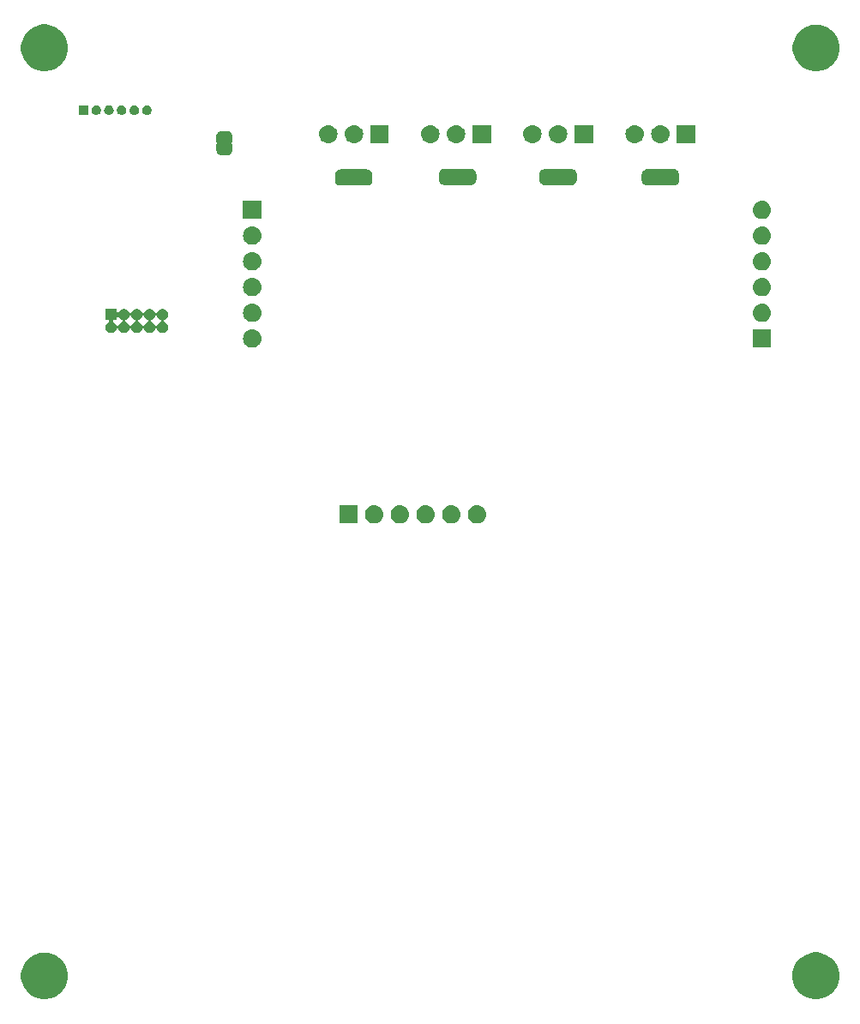
<source format=gbr>
G04 #@! TF.GenerationSoftware,KiCad,Pcbnew,(5.1.2)-2*
G04 #@! TF.CreationDate,2021-11-10T11:22:02-03:00*
G04 #@! TF.ProjectId,MAG_Plus,4d41475f-506c-4757-932e-6b696361645f,rev?*
G04 #@! TF.SameCoordinates,Original*
G04 #@! TF.FileFunction,Soldermask,Top*
G04 #@! TF.FilePolarity,Negative*
%FSLAX46Y46*%
G04 Gerber Fmt 4.6, Leading zero omitted, Abs format (unit mm)*
G04 Created by KiCad (PCBNEW (5.1.2)-2) date 2021-11-10 11:22:02*
%MOMM*%
%LPD*%
G04 APERTURE LIST*
%ADD10C,0.100000*%
G04 APERTURE END LIST*
D10*
G36*
X39648903Y-233573213D02*
G01*
X39871177Y-233617426D01*
X40289932Y-233790880D01*
X40666802Y-234042696D01*
X40987304Y-234363198D01*
X41239120Y-234740068D01*
X41412574Y-235158823D01*
X41501000Y-235603371D01*
X41501000Y-236056629D01*
X41412574Y-236501177D01*
X41239120Y-236919932D01*
X40987304Y-237296802D01*
X40666802Y-237617304D01*
X40289932Y-237869120D01*
X39871177Y-238042574D01*
X39648903Y-238086787D01*
X39426630Y-238131000D01*
X38973370Y-238131000D01*
X38751097Y-238086787D01*
X38528823Y-238042574D01*
X38110068Y-237869120D01*
X37733198Y-237617304D01*
X37412696Y-237296802D01*
X37160880Y-236919932D01*
X36987426Y-236501177D01*
X36899000Y-236056629D01*
X36899000Y-235603371D01*
X36987426Y-235158823D01*
X37160880Y-234740068D01*
X37412696Y-234363198D01*
X37733198Y-234042696D01*
X38110068Y-233790880D01*
X38528823Y-233617426D01*
X38751097Y-233573213D01*
X38973370Y-233529000D01*
X39426630Y-233529000D01*
X39648903Y-233573213D01*
X39648903Y-233573213D01*
G37*
G36*
X115838903Y-233563213D02*
G01*
X116061177Y-233607426D01*
X116479932Y-233780880D01*
X116856802Y-234032696D01*
X117177304Y-234353198D01*
X117429120Y-234730068D01*
X117602574Y-235148823D01*
X117691000Y-235593371D01*
X117691000Y-236046629D01*
X117602574Y-236491177D01*
X117429120Y-236909932D01*
X117177304Y-237286802D01*
X116856802Y-237607304D01*
X116479932Y-237859120D01*
X116061177Y-238032574D01*
X115838903Y-238076787D01*
X115616630Y-238121000D01*
X115163370Y-238121000D01*
X114941097Y-238076787D01*
X114718823Y-238032574D01*
X114300068Y-237859120D01*
X113923198Y-237607304D01*
X113602696Y-237286802D01*
X113350880Y-236909932D01*
X113177426Y-236491177D01*
X113089000Y-236046629D01*
X113089000Y-235593371D01*
X113177426Y-235148823D01*
X113350880Y-234730068D01*
X113602696Y-234353198D01*
X113923198Y-234032696D01*
X114300068Y-233780880D01*
X114718823Y-233607426D01*
X114941097Y-233563213D01*
X115163370Y-233519000D01*
X115616630Y-233519000D01*
X115838903Y-233563213D01*
X115838903Y-233563213D01*
G37*
G36*
X74420442Y-189375518D02*
G01*
X74486627Y-189382037D01*
X74656466Y-189433557D01*
X74812991Y-189517222D01*
X74848729Y-189546552D01*
X74950186Y-189629814D01*
X75033448Y-189731271D01*
X75062778Y-189767009D01*
X75146443Y-189923534D01*
X75197963Y-190093373D01*
X75215359Y-190270000D01*
X75197963Y-190446627D01*
X75146443Y-190616466D01*
X75062778Y-190772991D01*
X75033448Y-190808729D01*
X74950186Y-190910186D01*
X74848729Y-190993448D01*
X74812991Y-191022778D01*
X74656466Y-191106443D01*
X74486627Y-191157963D01*
X74420442Y-191164482D01*
X74354260Y-191171000D01*
X74265740Y-191171000D01*
X74199558Y-191164482D01*
X74133373Y-191157963D01*
X73963534Y-191106443D01*
X73807009Y-191022778D01*
X73771271Y-190993448D01*
X73669814Y-190910186D01*
X73586552Y-190808729D01*
X73557222Y-190772991D01*
X73473557Y-190616466D01*
X73422037Y-190446627D01*
X73404641Y-190270000D01*
X73422037Y-190093373D01*
X73473557Y-189923534D01*
X73557222Y-189767009D01*
X73586552Y-189731271D01*
X73669814Y-189629814D01*
X73771271Y-189546552D01*
X73807009Y-189517222D01*
X73963534Y-189433557D01*
X74133373Y-189382037D01*
X74199558Y-189375518D01*
X74265740Y-189369000D01*
X74354260Y-189369000D01*
X74420442Y-189375518D01*
X74420442Y-189375518D01*
G37*
G36*
X71880442Y-189375518D02*
G01*
X71946627Y-189382037D01*
X72116466Y-189433557D01*
X72272991Y-189517222D01*
X72308729Y-189546552D01*
X72410186Y-189629814D01*
X72493448Y-189731271D01*
X72522778Y-189767009D01*
X72606443Y-189923534D01*
X72657963Y-190093373D01*
X72675359Y-190270000D01*
X72657963Y-190446627D01*
X72606443Y-190616466D01*
X72522778Y-190772991D01*
X72493448Y-190808729D01*
X72410186Y-190910186D01*
X72308729Y-190993448D01*
X72272991Y-191022778D01*
X72116466Y-191106443D01*
X71946627Y-191157963D01*
X71880442Y-191164482D01*
X71814260Y-191171000D01*
X71725740Y-191171000D01*
X71659558Y-191164482D01*
X71593373Y-191157963D01*
X71423534Y-191106443D01*
X71267009Y-191022778D01*
X71231271Y-190993448D01*
X71129814Y-190910186D01*
X71046552Y-190808729D01*
X71017222Y-190772991D01*
X70933557Y-190616466D01*
X70882037Y-190446627D01*
X70864641Y-190270000D01*
X70882037Y-190093373D01*
X70933557Y-189923534D01*
X71017222Y-189767009D01*
X71046552Y-189731271D01*
X71129814Y-189629814D01*
X71231271Y-189546552D01*
X71267009Y-189517222D01*
X71423534Y-189433557D01*
X71593373Y-189382037D01*
X71659558Y-189375518D01*
X71725740Y-189369000D01*
X71814260Y-189369000D01*
X71880442Y-189375518D01*
X71880442Y-189375518D01*
G37*
G36*
X70131000Y-191171000D02*
G01*
X68329000Y-191171000D01*
X68329000Y-189369000D01*
X70131000Y-189369000D01*
X70131000Y-191171000D01*
X70131000Y-191171000D01*
G37*
G36*
X82040442Y-189375518D02*
G01*
X82106627Y-189382037D01*
X82276466Y-189433557D01*
X82432991Y-189517222D01*
X82468729Y-189546552D01*
X82570186Y-189629814D01*
X82653448Y-189731271D01*
X82682778Y-189767009D01*
X82766443Y-189923534D01*
X82817963Y-190093373D01*
X82835359Y-190270000D01*
X82817963Y-190446627D01*
X82766443Y-190616466D01*
X82682778Y-190772991D01*
X82653448Y-190808729D01*
X82570186Y-190910186D01*
X82468729Y-190993448D01*
X82432991Y-191022778D01*
X82276466Y-191106443D01*
X82106627Y-191157963D01*
X82040442Y-191164482D01*
X81974260Y-191171000D01*
X81885740Y-191171000D01*
X81819558Y-191164482D01*
X81753373Y-191157963D01*
X81583534Y-191106443D01*
X81427009Y-191022778D01*
X81391271Y-190993448D01*
X81289814Y-190910186D01*
X81206552Y-190808729D01*
X81177222Y-190772991D01*
X81093557Y-190616466D01*
X81042037Y-190446627D01*
X81024641Y-190270000D01*
X81042037Y-190093373D01*
X81093557Y-189923534D01*
X81177222Y-189767009D01*
X81206552Y-189731271D01*
X81289814Y-189629814D01*
X81391271Y-189546552D01*
X81427009Y-189517222D01*
X81583534Y-189433557D01*
X81753373Y-189382037D01*
X81819558Y-189375518D01*
X81885740Y-189369000D01*
X81974260Y-189369000D01*
X82040442Y-189375518D01*
X82040442Y-189375518D01*
G37*
G36*
X79500442Y-189375518D02*
G01*
X79566627Y-189382037D01*
X79736466Y-189433557D01*
X79892991Y-189517222D01*
X79928729Y-189546552D01*
X80030186Y-189629814D01*
X80113448Y-189731271D01*
X80142778Y-189767009D01*
X80226443Y-189923534D01*
X80277963Y-190093373D01*
X80295359Y-190270000D01*
X80277963Y-190446627D01*
X80226443Y-190616466D01*
X80142778Y-190772991D01*
X80113448Y-190808729D01*
X80030186Y-190910186D01*
X79928729Y-190993448D01*
X79892991Y-191022778D01*
X79736466Y-191106443D01*
X79566627Y-191157963D01*
X79500442Y-191164482D01*
X79434260Y-191171000D01*
X79345740Y-191171000D01*
X79279558Y-191164482D01*
X79213373Y-191157963D01*
X79043534Y-191106443D01*
X78887009Y-191022778D01*
X78851271Y-190993448D01*
X78749814Y-190910186D01*
X78666552Y-190808729D01*
X78637222Y-190772991D01*
X78553557Y-190616466D01*
X78502037Y-190446627D01*
X78484641Y-190270000D01*
X78502037Y-190093373D01*
X78553557Y-189923534D01*
X78637222Y-189767009D01*
X78666552Y-189731271D01*
X78749814Y-189629814D01*
X78851271Y-189546552D01*
X78887009Y-189517222D01*
X79043534Y-189433557D01*
X79213373Y-189382037D01*
X79279558Y-189375518D01*
X79345740Y-189369000D01*
X79434260Y-189369000D01*
X79500442Y-189375518D01*
X79500442Y-189375518D01*
G37*
G36*
X76960442Y-189375518D02*
G01*
X77026627Y-189382037D01*
X77196466Y-189433557D01*
X77352991Y-189517222D01*
X77388729Y-189546552D01*
X77490186Y-189629814D01*
X77573448Y-189731271D01*
X77602778Y-189767009D01*
X77686443Y-189923534D01*
X77737963Y-190093373D01*
X77755359Y-190270000D01*
X77737963Y-190446627D01*
X77686443Y-190616466D01*
X77602778Y-190772991D01*
X77573448Y-190808729D01*
X77490186Y-190910186D01*
X77388729Y-190993448D01*
X77352991Y-191022778D01*
X77196466Y-191106443D01*
X77026627Y-191157963D01*
X76960442Y-191164482D01*
X76894260Y-191171000D01*
X76805740Y-191171000D01*
X76739558Y-191164482D01*
X76673373Y-191157963D01*
X76503534Y-191106443D01*
X76347009Y-191022778D01*
X76311271Y-190993448D01*
X76209814Y-190910186D01*
X76126552Y-190808729D01*
X76097222Y-190772991D01*
X76013557Y-190616466D01*
X75962037Y-190446627D01*
X75944641Y-190270000D01*
X75962037Y-190093373D01*
X76013557Y-189923534D01*
X76097222Y-189767009D01*
X76126552Y-189731271D01*
X76209814Y-189629814D01*
X76311271Y-189546552D01*
X76347009Y-189517222D01*
X76503534Y-189433557D01*
X76673373Y-189382037D01*
X76739558Y-189375518D01*
X76805740Y-189369000D01*
X76894260Y-189369000D01*
X76960442Y-189375518D01*
X76960442Y-189375518D01*
G37*
G36*
X59830443Y-172025519D02*
G01*
X59896627Y-172032037D01*
X60066466Y-172083557D01*
X60066468Y-172083558D01*
X60144729Y-172125390D01*
X60222991Y-172167222D01*
X60258729Y-172196552D01*
X60360186Y-172279814D01*
X60443448Y-172381271D01*
X60472778Y-172417009D01*
X60556443Y-172573534D01*
X60607963Y-172743373D01*
X60625359Y-172920000D01*
X60607963Y-173096627D01*
X60556443Y-173266466D01*
X60472778Y-173422991D01*
X60443448Y-173458729D01*
X60360186Y-173560186D01*
X60258729Y-173643448D01*
X60222991Y-173672778D01*
X60066466Y-173756443D01*
X59896627Y-173807963D01*
X59830443Y-173814481D01*
X59764260Y-173821000D01*
X59675740Y-173821000D01*
X59609557Y-173814481D01*
X59543373Y-173807963D01*
X59373534Y-173756443D01*
X59217009Y-173672778D01*
X59181271Y-173643448D01*
X59079814Y-173560186D01*
X58996552Y-173458729D01*
X58967222Y-173422991D01*
X58883557Y-173266466D01*
X58832037Y-173096627D01*
X58814641Y-172920000D01*
X58832037Y-172743373D01*
X58883557Y-172573534D01*
X58967222Y-172417009D01*
X58996552Y-172381271D01*
X59079814Y-172279814D01*
X59181271Y-172196552D01*
X59217009Y-172167222D01*
X59295271Y-172125390D01*
X59373532Y-172083558D01*
X59373534Y-172083557D01*
X59543373Y-172032037D01*
X59609557Y-172025519D01*
X59675740Y-172019000D01*
X59764260Y-172019000D01*
X59830443Y-172025519D01*
X59830443Y-172025519D01*
G37*
G36*
X110961000Y-173811000D02*
G01*
X109159000Y-173811000D01*
X109159000Y-172009000D01*
X110961000Y-172009000D01*
X110961000Y-173811000D01*
X110961000Y-173811000D01*
G37*
G36*
X46341000Y-170217265D02*
G01*
X46343402Y-170241651D01*
X46350515Y-170265100D01*
X46362066Y-170286711D01*
X46377611Y-170305653D01*
X46396553Y-170321198D01*
X46418164Y-170332749D01*
X46441613Y-170339862D01*
X46465999Y-170342264D01*
X46490385Y-170339862D01*
X46513834Y-170332749D01*
X46535445Y-170321198D01*
X46554387Y-170305653D01*
X46569932Y-170286711D01*
X46576233Y-170276198D01*
X46599644Y-170232400D01*
X46668499Y-170148499D01*
X46752400Y-170079643D01*
X46838668Y-170033532D01*
X46848121Y-170028479D01*
X46951985Y-169996973D01*
X47032933Y-169989000D01*
X47087067Y-169989000D01*
X47168015Y-169996973D01*
X47271879Y-170028479D01*
X47281332Y-170033532D01*
X47367600Y-170079643D01*
X47451501Y-170148499D01*
X47520357Y-170232400D01*
X47556995Y-170300945D01*
X47571521Y-170328121D01*
X47575388Y-170340869D01*
X47584760Y-170363496D01*
X47598374Y-170383870D01*
X47615701Y-170401197D01*
X47636075Y-170414811D01*
X47658714Y-170424188D01*
X47682747Y-170428969D01*
X47707251Y-170428969D01*
X47731285Y-170424189D01*
X47753924Y-170414812D01*
X47774298Y-170401198D01*
X47791625Y-170383871D01*
X47805239Y-170363497D01*
X47814612Y-170340869D01*
X47818479Y-170328121D01*
X47833005Y-170300945D01*
X47869643Y-170232400D01*
X47938499Y-170148499D01*
X48022400Y-170079643D01*
X48108668Y-170033532D01*
X48118121Y-170028479D01*
X48221985Y-169996973D01*
X48302933Y-169989000D01*
X48357067Y-169989000D01*
X48438015Y-169996973D01*
X48541879Y-170028479D01*
X48551332Y-170033532D01*
X48637600Y-170079643D01*
X48721501Y-170148499D01*
X48790357Y-170232400D01*
X48826995Y-170300945D01*
X48841521Y-170328121D01*
X48845388Y-170340869D01*
X48854760Y-170363496D01*
X48868374Y-170383870D01*
X48885701Y-170401197D01*
X48906075Y-170414811D01*
X48928714Y-170424188D01*
X48952747Y-170428969D01*
X48977251Y-170428969D01*
X49001285Y-170424189D01*
X49023924Y-170414812D01*
X49044298Y-170401198D01*
X49061625Y-170383871D01*
X49075239Y-170363497D01*
X49084612Y-170340869D01*
X49088479Y-170328121D01*
X49103005Y-170300945D01*
X49139643Y-170232400D01*
X49208499Y-170148499D01*
X49292400Y-170079643D01*
X49378668Y-170033532D01*
X49388121Y-170028479D01*
X49491985Y-169996973D01*
X49572933Y-169989000D01*
X49627067Y-169989000D01*
X49708015Y-169996973D01*
X49811879Y-170028479D01*
X49821332Y-170033532D01*
X49907600Y-170079643D01*
X49991501Y-170148499D01*
X50060357Y-170232400D01*
X50096995Y-170300945D01*
X50111521Y-170328121D01*
X50115388Y-170340869D01*
X50124760Y-170363496D01*
X50138374Y-170383870D01*
X50155701Y-170401197D01*
X50176075Y-170414811D01*
X50198714Y-170424188D01*
X50222747Y-170428969D01*
X50247251Y-170428969D01*
X50271285Y-170424189D01*
X50293924Y-170414812D01*
X50314298Y-170401198D01*
X50331625Y-170383871D01*
X50345239Y-170363497D01*
X50354612Y-170340869D01*
X50358479Y-170328121D01*
X50373005Y-170300945D01*
X50409643Y-170232400D01*
X50478499Y-170148499D01*
X50562400Y-170079643D01*
X50648668Y-170033532D01*
X50658121Y-170028479D01*
X50761985Y-169996973D01*
X50842933Y-169989000D01*
X50897067Y-169989000D01*
X50978015Y-169996973D01*
X51081879Y-170028479D01*
X51091332Y-170033532D01*
X51177600Y-170079643D01*
X51261501Y-170148499D01*
X51330357Y-170232400D01*
X51366995Y-170300945D01*
X51381521Y-170328121D01*
X51413027Y-170431985D01*
X51423666Y-170540000D01*
X51413027Y-170648015D01*
X51381521Y-170751879D01*
X51381191Y-170752496D01*
X51330357Y-170847600D01*
X51261501Y-170931501D01*
X51177600Y-171000357D01*
X51109055Y-171036995D01*
X51081879Y-171051521D01*
X51069131Y-171055388D01*
X51046504Y-171064760D01*
X51026130Y-171078374D01*
X51008803Y-171095701D01*
X50995189Y-171116075D01*
X50985812Y-171138714D01*
X50981031Y-171162747D01*
X50981031Y-171187251D01*
X50985811Y-171211285D01*
X50995188Y-171233924D01*
X51008802Y-171254298D01*
X51026129Y-171271625D01*
X51046503Y-171285239D01*
X51069131Y-171294612D01*
X51081879Y-171298479D01*
X51108344Y-171312625D01*
X51177600Y-171349643D01*
X51261501Y-171418499D01*
X51330357Y-171502400D01*
X51366995Y-171570945D01*
X51381521Y-171598121D01*
X51413027Y-171701985D01*
X51423666Y-171810000D01*
X51413027Y-171918015D01*
X51381521Y-172021879D01*
X51381519Y-172021882D01*
X51330357Y-172117600D01*
X51261501Y-172201501D01*
X51177600Y-172270357D01*
X51109055Y-172306995D01*
X51081879Y-172321521D01*
X50978015Y-172353027D01*
X50897067Y-172361000D01*
X50842933Y-172361000D01*
X50761985Y-172353027D01*
X50658121Y-172321521D01*
X50630945Y-172306995D01*
X50562400Y-172270357D01*
X50478499Y-172201501D01*
X50409643Y-172117600D01*
X50358481Y-172021882D01*
X50358479Y-172021879D01*
X50354612Y-172009131D01*
X50345240Y-171986504D01*
X50331626Y-171966130D01*
X50314299Y-171948803D01*
X50293925Y-171935189D01*
X50271286Y-171925812D01*
X50247253Y-171921031D01*
X50222749Y-171921031D01*
X50198715Y-171925811D01*
X50176076Y-171935188D01*
X50155702Y-171948802D01*
X50138375Y-171966129D01*
X50124761Y-171986503D01*
X50115388Y-172009131D01*
X50111521Y-172021879D01*
X50111519Y-172021882D01*
X50060357Y-172117600D01*
X49991501Y-172201501D01*
X49907600Y-172270357D01*
X49839055Y-172306995D01*
X49811879Y-172321521D01*
X49708015Y-172353027D01*
X49627067Y-172361000D01*
X49572933Y-172361000D01*
X49491985Y-172353027D01*
X49388121Y-172321521D01*
X49360945Y-172306995D01*
X49292400Y-172270357D01*
X49208499Y-172201501D01*
X49139643Y-172117600D01*
X49088481Y-172021882D01*
X49088479Y-172021879D01*
X49084612Y-172009131D01*
X49075240Y-171986504D01*
X49061626Y-171966130D01*
X49044299Y-171948803D01*
X49023925Y-171935189D01*
X49001286Y-171925812D01*
X48977253Y-171921031D01*
X48952749Y-171921031D01*
X48928715Y-171925811D01*
X48906076Y-171935188D01*
X48885702Y-171948802D01*
X48868375Y-171966129D01*
X48854761Y-171986503D01*
X48845388Y-172009131D01*
X48841521Y-172021879D01*
X48841519Y-172021882D01*
X48790357Y-172117600D01*
X48721501Y-172201501D01*
X48637600Y-172270357D01*
X48569055Y-172306995D01*
X48541879Y-172321521D01*
X48438015Y-172353027D01*
X48357067Y-172361000D01*
X48302933Y-172361000D01*
X48221985Y-172353027D01*
X48118121Y-172321521D01*
X48090945Y-172306995D01*
X48022400Y-172270357D01*
X47938499Y-172201501D01*
X47869643Y-172117600D01*
X47818481Y-172021882D01*
X47818479Y-172021879D01*
X47814612Y-172009131D01*
X47805240Y-171986504D01*
X47791626Y-171966130D01*
X47774299Y-171948803D01*
X47753925Y-171935189D01*
X47731286Y-171925812D01*
X47707253Y-171921031D01*
X47682749Y-171921031D01*
X47658715Y-171925811D01*
X47636076Y-171935188D01*
X47615702Y-171948802D01*
X47598375Y-171966129D01*
X47584761Y-171986503D01*
X47575388Y-172009131D01*
X47571521Y-172021879D01*
X47571519Y-172021882D01*
X47520357Y-172117600D01*
X47451501Y-172201501D01*
X47367600Y-172270357D01*
X47299055Y-172306995D01*
X47271879Y-172321521D01*
X47168015Y-172353027D01*
X47087067Y-172361000D01*
X47032933Y-172361000D01*
X46951985Y-172353027D01*
X46848121Y-172321521D01*
X46820945Y-172306995D01*
X46752400Y-172270357D01*
X46668499Y-172201501D01*
X46599643Y-172117600D01*
X46548481Y-172021882D01*
X46548479Y-172021879D01*
X46544612Y-172009131D01*
X46535240Y-171986504D01*
X46521626Y-171966130D01*
X46504299Y-171948803D01*
X46483925Y-171935189D01*
X46461286Y-171925812D01*
X46437253Y-171921031D01*
X46412749Y-171921031D01*
X46388715Y-171925811D01*
X46366076Y-171935188D01*
X46345702Y-171948802D01*
X46328375Y-171966129D01*
X46314761Y-171986503D01*
X46305388Y-172009131D01*
X46301521Y-172021879D01*
X46301519Y-172021882D01*
X46250357Y-172117600D01*
X46181501Y-172201501D01*
X46097600Y-172270357D01*
X46029055Y-172306995D01*
X46001879Y-172321521D01*
X45898015Y-172353027D01*
X45817067Y-172361000D01*
X45762933Y-172361000D01*
X45681985Y-172353027D01*
X45578121Y-172321521D01*
X45550945Y-172306995D01*
X45482400Y-172270357D01*
X45398499Y-172201501D01*
X45329643Y-172117600D01*
X45278481Y-172021882D01*
X45278479Y-172021879D01*
X45246973Y-171918015D01*
X45236334Y-171810000D01*
X45246973Y-171701985D01*
X45278479Y-171598121D01*
X45293005Y-171570945D01*
X45329643Y-171502400D01*
X45398499Y-171418499D01*
X45482399Y-171349645D01*
X45482398Y-171349645D01*
X45482400Y-171349644D01*
X45526193Y-171326236D01*
X45546563Y-171312625D01*
X45563890Y-171295298D01*
X45577504Y-171274924D01*
X45586881Y-171252285D01*
X45591662Y-171228252D01*
X45591662Y-171215999D01*
X45987736Y-171215999D01*
X45990138Y-171240385D01*
X45997251Y-171263834D01*
X46008802Y-171285445D01*
X46024347Y-171304387D01*
X46043289Y-171319932D01*
X46053802Y-171326233D01*
X46097600Y-171349644D01*
X46097602Y-171349645D01*
X46097601Y-171349645D01*
X46181501Y-171418499D01*
X46250357Y-171502400D01*
X46286995Y-171570945D01*
X46301521Y-171598121D01*
X46305388Y-171610869D01*
X46314760Y-171633496D01*
X46328374Y-171653870D01*
X46345701Y-171671197D01*
X46366075Y-171684811D01*
X46388714Y-171694188D01*
X46412747Y-171698969D01*
X46437251Y-171698969D01*
X46461285Y-171694189D01*
X46483924Y-171684812D01*
X46504298Y-171671198D01*
X46521625Y-171653871D01*
X46535239Y-171633497D01*
X46544612Y-171610869D01*
X46548479Y-171598121D01*
X46563005Y-171570945D01*
X46599643Y-171502400D01*
X46668499Y-171418499D01*
X46752400Y-171349643D01*
X46821656Y-171312625D01*
X46848121Y-171298479D01*
X46860869Y-171294612D01*
X46883496Y-171285240D01*
X46903870Y-171271626D01*
X46921197Y-171254299D01*
X46934811Y-171233925D01*
X46944188Y-171211286D01*
X46948969Y-171187253D01*
X46948969Y-171162749D01*
X46948969Y-171162747D01*
X47171031Y-171162747D01*
X47171031Y-171187251D01*
X47175811Y-171211285D01*
X47185188Y-171233924D01*
X47198802Y-171254298D01*
X47216129Y-171271625D01*
X47236503Y-171285239D01*
X47259131Y-171294612D01*
X47271879Y-171298479D01*
X47298344Y-171312625D01*
X47367600Y-171349643D01*
X47451501Y-171418499D01*
X47520357Y-171502400D01*
X47556995Y-171570945D01*
X47571521Y-171598121D01*
X47575388Y-171610869D01*
X47584760Y-171633496D01*
X47598374Y-171653870D01*
X47615701Y-171671197D01*
X47636075Y-171684811D01*
X47658714Y-171694188D01*
X47682747Y-171698969D01*
X47707251Y-171698969D01*
X47731285Y-171694189D01*
X47753924Y-171684812D01*
X47774298Y-171671198D01*
X47791625Y-171653871D01*
X47805239Y-171633497D01*
X47814612Y-171610869D01*
X47818479Y-171598121D01*
X47833005Y-171570945D01*
X47869643Y-171502400D01*
X47938499Y-171418499D01*
X48022400Y-171349643D01*
X48091656Y-171312625D01*
X48118121Y-171298479D01*
X48130869Y-171294612D01*
X48153496Y-171285240D01*
X48173870Y-171271626D01*
X48191197Y-171254299D01*
X48204811Y-171233925D01*
X48214188Y-171211286D01*
X48218969Y-171187253D01*
X48218969Y-171162749D01*
X48218969Y-171162747D01*
X48441031Y-171162747D01*
X48441031Y-171187251D01*
X48445811Y-171211285D01*
X48455188Y-171233924D01*
X48468802Y-171254298D01*
X48486129Y-171271625D01*
X48506503Y-171285239D01*
X48529131Y-171294612D01*
X48541879Y-171298479D01*
X48568344Y-171312625D01*
X48637600Y-171349643D01*
X48721501Y-171418499D01*
X48790357Y-171502400D01*
X48826995Y-171570945D01*
X48841521Y-171598121D01*
X48845388Y-171610869D01*
X48854760Y-171633496D01*
X48868374Y-171653870D01*
X48885701Y-171671197D01*
X48906075Y-171684811D01*
X48928714Y-171694188D01*
X48952747Y-171698969D01*
X48977251Y-171698969D01*
X49001285Y-171694189D01*
X49023924Y-171684812D01*
X49044298Y-171671198D01*
X49061625Y-171653871D01*
X49075239Y-171633497D01*
X49084612Y-171610869D01*
X49088479Y-171598121D01*
X49103005Y-171570945D01*
X49139643Y-171502400D01*
X49208499Y-171418499D01*
X49292400Y-171349643D01*
X49361656Y-171312625D01*
X49388121Y-171298479D01*
X49400869Y-171294612D01*
X49423496Y-171285240D01*
X49443870Y-171271626D01*
X49461197Y-171254299D01*
X49474811Y-171233925D01*
X49484188Y-171211286D01*
X49488969Y-171187253D01*
X49488969Y-171162749D01*
X49488969Y-171162747D01*
X49711031Y-171162747D01*
X49711031Y-171187251D01*
X49715811Y-171211285D01*
X49725188Y-171233924D01*
X49738802Y-171254298D01*
X49756129Y-171271625D01*
X49776503Y-171285239D01*
X49799131Y-171294612D01*
X49811879Y-171298479D01*
X49838344Y-171312625D01*
X49907600Y-171349643D01*
X49991501Y-171418499D01*
X50060357Y-171502400D01*
X50096995Y-171570945D01*
X50111521Y-171598121D01*
X50115388Y-171610869D01*
X50124760Y-171633496D01*
X50138374Y-171653870D01*
X50155701Y-171671197D01*
X50176075Y-171684811D01*
X50198714Y-171694188D01*
X50222747Y-171698969D01*
X50247251Y-171698969D01*
X50271285Y-171694189D01*
X50293924Y-171684812D01*
X50314298Y-171671198D01*
X50331625Y-171653871D01*
X50345239Y-171633497D01*
X50354612Y-171610869D01*
X50358479Y-171598121D01*
X50373005Y-171570945D01*
X50409643Y-171502400D01*
X50478499Y-171418499D01*
X50562400Y-171349643D01*
X50631656Y-171312625D01*
X50658121Y-171298479D01*
X50670869Y-171294612D01*
X50693496Y-171285240D01*
X50713870Y-171271626D01*
X50731197Y-171254299D01*
X50744811Y-171233925D01*
X50754188Y-171211286D01*
X50758969Y-171187253D01*
X50758969Y-171162749D01*
X50754189Y-171138715D01*
X50744812Y-171116076D01*
X50731198Y-171095702D01*
X50713871Y-171078375D01*
X50693497Y-171064761D01*
X50670869Y-171055388D01*
X50658121Y-171051521D01*
X50630945Y-171036995D01*
X50562400Y-171000357D01*
X50478499Y-170931501D01*
X50409643Y-170847600D01*
X50358809Y-170752496D01*
X50358479Y-170751879D01*
X50354612Y-170739131D01*
X50345240Y-170716504D01*
X50331626Y-170696130D01*
X50314299Y-170678803D01*
X50293925Y-170665189D01*
X50271286Y-170655812D01*
X50247253Y-170651031D01*
X50222749Y-170651031D01*
X50198715Y-170655811D01*
X50176076Y-170665188D01*
X50155702Y-170678802D01*
X50138375Y-170696129D01*
X50124761Y-170716503D01*
X50115388Y-170739131D01*
X50111521Y-170751879D01*
X50111191Y-170752496D01*
X50060357Y-170847600D01*
X49991501Y-170931501D01*
X49907600Y-171000357D01*
X49839055Y-171036995D01*
X49811879Y-171051521D01*
X49799131Y-171055388D01*
X49776504Y-171064760D01*
X49756130Y-171078374D01*
X49738803Y-171095701D01*
X49725189Y-171116075D01*
X49715812Y-171138714D01*
X49711031Y-171162747D01*
X49488969Y-171162747D01*
X49484189Y-171138715D01*
X49474812Y-171116076D01*
X49461198Y-171095702D01*
X49443871Y-171078375D01*
X49423497Y-171064761D01*
X49400869Y-171055388D01*
X49388121Y-171051521D01*
X49360945Y-171036995D01*
X49292400Y-171000357D01*
X49208499Y-170931501D01*
X49139643Y-170847600D01*
X49088809Y-170752496D01*
X49088479Y-170751879D01*
X49084612Y-170739131D01*
X49075240Y-170716504D01*
X49061626Y-170696130D01*
X49044299Y-170678803D01*
X49023925Y-170665189D01*
X49001286Y-170655812D01*
X48977253Y-170651031D01*
X48952749Y-170651031D01*
X48928715Y-170655811D01*
X48906076Y-170665188D01*
X48885702Y-170678802D01*
X48868375Y-170696129D01*
X48854761Y-170716503D01*
X48845388Y-170739131D01*
X48841521Y-170751879D01*
X48841191Y-170752496D01*
X48790357Y-170847600D01*
X48721501Y-170931501D01*
X48637600Y-171000357D01*
X48569055Y-171036995D01*
X48541879Y-171051521D01*
X48529131Y-171055388D01*
X48506504Y-171064760D01*
X48486130Y-171078374D01*
X48468803Y-171095701D01*
X48455189Y-171116075D01*
X48445812Y-171138714D01*
X48441031Y-171162747D01*
X48218969Y-171162747D01*
X48214189Y-171138715D01*
X48204812Y-171116076D01*
X48191198Y-171095702D01*
X48173871Y-171078375D01*
X48153497Y-171064761D01*
X48130869Y-171055388D01*
X48118121Y-171051521D01*
X48090945Y-171036995D01*
X48022400Y-171000357D01*
X47938499Y-170931501D01*
X47869643Y-170847600D01*
X47818809Y-170752496D01*
X47818479Y-170751879D01*
X47814612Y-170739131D01*
X47805240Y-170716504D01*
X47791626Y-170696130D01*
X47774299Y-170678803D01*
X47753925Y-170665189D01*
X47731286Y-170655812D01*
X47707253Y-170651031D01*
X47682749Y-170651031D01*
X47658715Y-170655811D01*
X47636076Y-170665188D01*
X47615702Y-170678802D01*
X47598375Y-170696129D01*
X47584761Y-170716503D01*
X47575388Y-170739131D01*
X47571521Y-170751879D01*
X47571191Y-170752496D01*
X47520357Y-170847600D01*
X47451501Y-170931501D01*
X47367600Y-171000357D01*
X47299055Y-171036995D01*
X47271879Y-171051521D01*
X47259131Y-171055388D01*
X47236504Y-171064760D01*
X47216130Y-171078374D01*
X47198803Y-171095701D01*
X47185189Y-171116075D01*
X47175812Y-171138714D01*
X47171031Y-171162747D01*
X46948969Y-171162747D01*
X46944189Y-171138715D01*
X46934812Y-171116076D01*
X46921198Y-171095702D01*
X46903871Y-171078375D01*
X46883497Y-171064761D01*
X46860869Y-171055388D01*
X46848121Y-171051521D01*
X46820945Y-171036995D01*
X46752400Y-171000357D01*
X46668499Y-170931501D01*
X46599645Y-170847601D01*
X46599644Y-170847600D01*
X46576236Y-170803807D01*
X46562625Y-170783437D01*
X46545298Y-170766110D01*
X46524924Y-170752496D01*
X46502285Y-170743119D01*
X46478252Y-170738338D01*
X46453748Y-170738338D01*
X46429714Y-170743118D01*
X46407076Y-170752495D01*
X46386701Y-170766109D01*
X46369374Y-170783436D01*
X46355760Y-170803810D01*
X46346383Y-170826449D01*
X46341602Y-170850482D01*
X46341000Y-170862735D01*
X46341000Y-171091000D01*
X46112735Y-171091000D01*
X46088349Y-171093402D01*
X46064900Y-171100515D01*
X46043289Y-171112066D01*
X46024347Y-171127611D01*
X46008802Y-171146553D01*
X45997251Y-171168164D01*
X45990138Y-171191613D01*
X45987736Y-171215999D01*
X45591662Y-171215999D01*
X45591662Y-171203748D01*
X45586882Y-171179714D01*
X45577505Y-171157076D01*
X45563891Y-171136701D01*
X45546564Y-171119374D01*
X45526190Y-171105760D01*
X45503551Y-171096383D01*
X45479518Y-171091602D01*
X45467265Y-171091000D01*
X45239000Y-171091000D01*
X45239000Y-169989000D01*
X46341000Y-169989000D01*
X46341000Y-170217265D01*
X46341000Y-170217265D01*
G37*
G36*
X59830442Y-169485518D02*
G01*
X59896627Y-169492037D01*
X60066466Y-169543557D01*
X60222991Y-169627222D01*
X60258729Y-169656552D01*
X60360186Y-169739814D01*
X60443448Y-169841271D01*
X60472778Y-169877009D01*
X60556443Y-170033534D01*
X60607963Y-170203373D01*
X60625359Y-170380000D01*
X60607963Y-170556627D01*
X60556443Y-170726466D01*
X60472778Y-170882991D01*
X60443448Y-170918729D01*
X60360186Y-171020186D01*
X60268169Y-171095701D01*
X60222991Y-171132778D01*
X60211884Y-171138715D01*
X60085177Y-171206442D01*
X60066466Y-171216443D01*
X59896627Y-171267963D01*
X59830443Y-171274481D01*
X59764260Y-171281000D01*
X59675740Y-171281000D01*
X59609557Y-171274481D01*
X59543373Y-171267963D01*
X59373534Y-171216443D01*
X59354824Y-171206442D01*
X59228116Y-171138715D01*
X59217009Y-171132778D01*
X59171831Y-171095701D01*
X59079814Y-171020186D01*
X58996552Y-170918729D01*
X58967222Y-170882991D01*
X58883557Y-170726466D01*
X58832037Y-170556627D01*
X58814641Y-170380000D01*
X58832037Y-170203373D01*
X58883557Y-170033534D01*
X58967222Y-169877009D01*
X58996552Y-169841271D01*
X59079814Y-169739814D01*
X59181271Y-169656552D01*
X59217009Y-169627222D01*
X59373534Y-169543557D01*
X59543373Y-169492037D01*
X59609558Y-169485518D01*
X59675740Y-169479000D01*
X59764260Y-169479000D01*
X59830442Y-169485518D01*
X59830442Y-169485518D01*
G37*
G36*
X110170442Y-169475518D02*
G01*
X110236627Y-169482037D01*
X110406466Y-169533557D01*
X110406468Y-169533558D01*
X110484728Y-169575389D01*
X110562991Y-169617222D01*
X110598729Y-169646552D01*
X110700186Y-169729814D01*
X110783448Y-169831271D01*
X110812778Y-169867009D01*
X110896443Y-170023534D01*
X110947963Y-170193373D01*
X110965359Y-170370000D01*
X110947963Y-170546627D01*
X110896443Y-170716466D01*
X110812778Y-170872991D01*
X110804571Y-170882991D01*
X110700186Y-171010186D01*
X110601712Y-171091000D01*
X110562991Y-171122778D01*
X110406466Y-171206443D01*
X110236627Y-171257963D01*
X110177017Y-171263834D01*
X110104260Y-171271000D01*
X110015740Y-171271000D01*
X109942983Y-171263834D01*
X109883373Y-171257963D01*
X109713534Y-171206443D01*
X109557009Y-171122778D01*
X109518288Y-171091000D01*
X109419814Y-171010186D01*
X109315429Y-170882991D01*
X109307222Y-170872991D01*
X109223557Y-170716466D01*
X109172037Y-170546627D01*
X109154641Y-170370000D01*
X109172037Y-170193373D01*
X109223557Y-170023534D01*
X109307222Y-169867009D01*
X109336552Y-169831271D01*
X109419814Y-169729814D01*
X109521271Y-169646552D01*
X109557009Y-169617222D01*
X109635272Y-169575389D01*
X109713532Y-169533558D01*
X109713534Y-169533557D01*
X109883373Y-169482037D01*
X109949558Y-169475518D01*
X110015740Y-169469000D01*
X110104260Y-169469000D01*
X110170442Y-169475518D01*
X110170442Y-169475518D01*
G37*
G36*
X59830443Y-166945519D02*
G01*
X59896627Y-166952037D01*
X60066466Y-167003557D01*
X60222991Y-167087222D01*
X60258729Y-167116552D01*
X60360186Y-167199814D01*
X60443448Y-167301271D01*
X60472778Y-167337009D01*
X60556443Y-167493534D01*
X60607963Y-167663373D01*
X60625359Y-167840000D01*
X60607963Y-168016627D01*
X60556443Y-168186466D01*
X60472778Y-168342991D01*
X60443448Y-168378729D01*
X60360186Y-168480186D01*
X60258729Y-168563448D01*
X60222991Y-168592778D01*
X60222989Y-168592779D01*
X60085177Y-168666442D01*
X60066466Y-168676443D01*
X59896627Y-168727963D01*
X59830443Y-168734481D01*
X59764260Y-168741000D01*
X59675740Y-168741000D01*
X59609557Y-168734481D01*
X59543373Y-168727963D01*
X59373534Y-168676443D01*
X59354824Y-168666442D01*
X59217011Y-168592779D01*
X59217009Y-168592778D01*
X59181271Y-168563448D01*
X59079814Y-168480186D01*
X58996552Y-168378729D01*
X58967222Y-168342991D01*
X58883557Y-168186466D01*
X58832037Y-168016627D01*
X58814641Y-167840000D01*
X58832037Y-167663373D01*
X58883557Y-167493534D01*
X58967222Y-167337009D01*
X58996552Y-167301271D01*
X59079814Y-167199814D01*
X59181271Y-167116552D01*
X59217009Y-167087222D01*
X59373534Y-167003557D01*
X59543373Y-166952037D01*
X59609557Y-166945519D01*
X59675740Y-166939000D01*
X59764260Y-166939000D01*
X59830443Y-166945519D01*
X59830443Y-166945519D01*
G37*
G36*
X110170443Y-166935519D02*
G01*
X110236627Y-166942037D01*
X110406466Y-166993557D01*
X110406468Y-166993558D01*
X110484729Y-167035390D01*
X110562991Y-167077222D01*
X110598729Y-167106552D01*
X110700186Y-167189814D01*
X110783448Y-167291271D01*
X110812778Y-167327009D01*
X110896443Y-167483534D01*
X110947963Y-167653373D01*
X110965359Y-167830000D01*
X110947963Y-168006627D01*
X110896443Y-168176466D01*
X110812778Y-168332991D01*
X110804571Y-168342991D01*
X110700186Y-168470186D01*
X110598729Y-168553448D01*
X110562991Y-168582778D01*
X110406466Y-168666443D01*
X110236627Y-168717963D01*
X110170442Y-168724482D01*
X110104260Y-168731000D01*
X110015740Y-168731000D01*
X109949558Y-168724482D01*
X109883373Y-168717963D01*
X109713534Y-168666443D01*
X109557009Y-168582778D01*
X109521271Y-168553448D01*
X109419814Y-168470186D01*
X109315429Y-168342991D01*
X109307222Y-168332991D01*
X109223557Y-168176466D01*
X109172037Y-168006627D01*
X109154641Y-167830000D01*
X109172037Y-167653373D01*
X109223557Y-167483534D01*
X109307222Y-167327009D01*
X109336552Y-167291271D01*
X109419814Y-167189814D01*
X109521271Y-167106552D01*
X109557009Y-167077222D01*
X109635271Y-167035390D01*
X109713532Y-166993558D01*
X109713534Y-166993557D01*
X109883373Y-166942037D01*
X109949557Y-166935519D01*
X110015740Y-166929000D01*
X110104260Y-166929000D01*
X110170443Y-166935519D01*
X110170443Y-166935519D01*
G37*
G36*
X59830442Y-164405518D02*
G01*
X59896627Y-164412037D01*
X60066466Y-164463557D01*
X60222991Y-164547222D01*
X60258729Y-164576552D01*
X60360186Y-164659814D01*
X60443448Y-164761271D01*
X60472778Y-164797009D01*
X60556443Y-164953534D01*
X60607963Y-165123373D01*
X60625359Y-165300000D01*
X60607963Y-165476627D01*
X60556443Y-165646466D01*
X60472778Y-165802991D01*
X60443448Y-165838729D01*
X60360186Y-165940186D01*
X60258729Y-166023448D01*
X60222991Y-166052778D01*
X60222989Y-166052779D01*
X60085177Y-166126442D01*
X60066466Y-166136443D01*
X59896627Y-166187963D01*
X59830442Y-166194482D01*
X59764260Y-166201000D01*
X59675740Y-166201000D01*
X59609558Y-166194482D01*
X59543373Y-166187963D01*
X59373534Y-166136443D01*
X59354824Y-166126442D01*
X59217011Y-166052779D01*
X59217009Y-166052778D01*
X59181271Y-166023448D01*
X59079814Y-165940186D01*
X58996552Y-165838729D01*
X58967222Y-165802991D01*
X58883557Y-165646466D01*
X58832037Y-165476627D01*
X58814641Y-165300000D01*
X58832037Y-165123373D01*
X58883557Y-164953534D01*
X58967222Y-164797009D01*
X58996552Y-164761271D01*
X59079814Y-164659814D01*
X59181271Y-164576552D01*
X59217009Y-164547222D01*
X59373534Y-164463557D01*
X59543373Y-164412037D01*
X59609558Y-164405518D01*
X59675740Y-164399000D01*
X59764260Y-164399000D01*
X59830442Y-164405518D01*
X59830442Y-164405518D01*
G37*
G36*
X110170443Y-164395519D02*
G01*
X110236627Y-164402037D01*
X110406466Y-164453557D01*
X110406468Y-164453558D01*
X110484728Y-164495389D01*
X110562991Y-164537222D01*
X110598729Y-164566552D01*
X110700186Y-164649814D01*
X110783448Y-164751271D01*
X110812778Y-164787009D01*
X110896443Y-164943534D01*
X110947963Y-165113373D01*
X110965359Y-165290000D01*
X110947963Y-165466627D01*
X110896443Y-165636466D01*
X110812778Y-165792991D01*
X110804571Y-165802991D01*
X110700186Y-165930186D01*
X110598729Y-166013448D01*
X110562991Y-166042778D01*
X110406466Y-166126443D01*
X110236627Y-166177963D01*
X110170443Y-166184481D01*
X110104260Y-166191000D01*
X110015740Y-166191000D01*
X109949557Y-166184481D01*
X109883373Y-166177963D01*
X109713534Y-166126443D01*
X109557009Y-166042778D01*
X109521271Y-166013448D01*
X109419814Y-165930186D01*
X109315429Y-165802991D01*
X109307222Y-165792991D01*
X109223557Y-165636466D01*
X109172037Y-165466627D01*
X109154641Y-165290000D01*
X109172037Y-165113373D01*
X109223557Y-164943534D01*
X109307222Y-164787009D01*
X109336552Y-164751271D01*
X109419814Y-164649814D01*
X109521271Y-164566552D01*
X109557009Y-164537222D01*
X109635272Y-164495389D01*
X109713532Y-164453558D01*
X109713534Y-164453557D01*
X109883373Y-164402037D01*
X109949557Y-164395519D01*
X110015740Y-164389000D01*
X110104260Y-164389000D01*
X110170443Y-164395519D01*
X110170443Y-164395519D01*
G37*
G36*
X59830442Y-161865518D02*
G01*
X59896627Y-161872037D01*
X60066466Y-161923557D01*
X60222991Y-162007222D01*
X60258729Y-162036552D01*
X60360186Y-162119814D01*
X60443448Y-162221271D01*
X60472778Y-162257009D01*
X60556443Y-162413534D01*
X60607963Y-162583373D01*
X60625359Y-162760000D01*
X60607963Y-162936627D01*
X60556443Y-163106466D01*
X60472778Y-163262991D01*
X60443448Y-163298729D01*
X60360186Y-163400186D01*
X60258729Y-163483448D01*
X60222991Y-163512778D01*
X60222989Y-163512779D01*
X60085177Y-163586442D01*
X60066466Y-163596443D01*
X59896627Y-163647963D01*
X59830442Y-163654482D01*
X59764260Y-163661000D01*
X59675740Y-163661000D01*
X59609558Y-163654482D01*
X59543373Y-163647963D01*
X59373534Y-163596443D01*
X59354824Y-163586442D01*
X59217011Y-163512779D01*
X59217009Y-163512778D01*
X59181271Y-163483448D01*
X59079814Y-163400186D01*
X58996552Y-163298729D01*
X58967222Y-163262991D01*
X58883557Y-163106466D01*
X58832037Y-162936627D01*
X58814641Y-162760000D01*
X58832037Y-162583373D01*
X58883557Y-162413534D01*
X58967222Y-162257009D01*
X58996552Y-162221271D01*
X59079814Y-162119814D01*
X59181271Y-162036552D01*
X59217009Y-162007222D01*
X59373534Y-161923557D01*
X59543373Y-161872037D01*
X59609558Y-161865518D01*
X59675740Y-161859000D01*
X59764260Y-161859000D01*
X59830442Y-161865518D01*
X59830442Y-161865518D01*
G37*
G36*
X110170443Y-161855519D02*
G01*
X110236627Y-161862037D01*
X110406466Y-161913557D01*
X110406468Y-161913558D01*
X110484729Y-161955390D01*
X110562991Y-161997222D01*
X110598729Y-162026552D01*
X110700186Y-162109814D01*
X110783448Y-162211271D01*
X110812778Y-162247009D01*
X110896443Y-162403534D01*
X110947963Y-162573373D01*
X110965359Y-162750000D01*
X110947963Y-162926627D01*
X110896443Y-163096466D01*
X110812778Y-163252991D01*
X110804571Y-163262991D01*
X110700186Y-163390186D01*
X110598729Y-163473448D01*
X110562991Y-163502778D01*
X110406466Y-163586443D01*
X110236627Y-163637963D01*
X110170443Y-163644481D01*
X110104260Y-163651000D01*
X110015740Y-163651000D01*
X109949557Y-163644481D01*
X109883373Y-163637963D01*
X109713534Y-163586443D01*
X109557009Y-163502778D01*
X109521271Y-163473448D01*
X109419814Y-163390186D01*
X109315429Y-163262991D01*
X109307222Y-163252991D01*
X109223557Y-163096466D01*
X109172037Y-162926627D01*
X109154641Y-162750000D01*
X109172037Y-162573373D01*
X109223557Y-162403534D01*
X109307222Y-162247009D01*
X109336552Y-162211271D01*
X109419814Y-162109814D01*
X109521271Y-162026552D01*
X109557009Y-161997222D01*
X109635271Y-161955390D01*
X109713532Y-161913558D01*
X109713534Y-161913557D01*
X109883373Y-161862037D01*
X109949557Y-161855519D01*
X110015740Y-161849000D01*
X110104260Y-161849000D01*
X110170443Y-161855519D01*
X110170443Y-161855519D01*
G37*
G36*
X60621000Y-161121000D02*
G01*
X58819000Y-161121000D01*
X58819000Y-159319000D01*
X60621000Y-159319000D01*
X60621000Y-161121000D01*
X60621000Y-161121000D01*
G37*
G36*
X110170442Y-159315518D02*
G01*
X110236627Y-159322037D01*
X110406466Y-159373557D01*
X110562991Y-159457222D01*
X110598729Y-159486552D01*
X110700186Y-159569814D01*
X110783448Y-159671271D01*
X110812778Y-159707009D01*
X110896443Y-159863534D01*
X110947963Y-160033373D01*
X110965359Y-160210000D01*
X110947963Y-160386627D01*
X110896443Y-160556466D01*
X110812778Y-160712991D01*
X110783448Y-160748729D01*
X110700186Y-160850186D01*
X110598729Y-160933448D01*
X110562991Y-160962778D01*
X110406466Y-161046443D01*
X110236627Y-161097963D01*
X110170443Y-161104481D01*
X110104260Y-161111000D01*
X110015740Y-161111000D01*
X109949557Y-161104481D01*
X109883373Y-161097963D01*
X109713534Y-161046443D01*
X109557009Y-160962778D01*
X109521271Y-160933448D01*
X109419814Y-160850186D01*
X109336552Y-160748729D01*
X109307222Y-160712991D01*
X109223557Y-160556466D01*
X109172037Y-160386627D01*
X109154641Y-160210000D01*
X109172037Y-160033373D01*
X109223557Y-159863534D01*
X109307222Y-159707009D01*
X109336552Y-159671271D01*
X109419814Y-159569814D01*
X109521271Y-159486552D01*
X109557009Y-159457222D01*
X109713534Y-159373557D01*
X109883373Y-159322037D01*
X109949558Y-159315518D01*
X110015740Y-159309000D01*
X110104260Y-159309000D01*
X110170442Y-159315518D01*
X110170442Y-159315518D01*
G37*
G36*
X69009999Y-156219737D02*
G01*
X69024528Y-156224145D01*
X69037711Y-156229606D01*
X69061745Y-156234388D01*
X69086249Y-156234389D01*
X69110282Y-156229609D01*
X69132921Y-156220232D01*
X69134765Y-156219000D01*
X70366050Y-156219000D01*
X70378164Y-156225475D01*
X70401613Y-156232588D01*
X70425999Y-156234990D01*
X70450385Y-156232588D01*
X70473834Y-156225475D01*
X70478746Y-156223152D01*
X70490001Y-156219737D01*
X70506140Y-156218148D01*
X71043861Y-156218148D01*
X71062199Y-156219954D01*
X71074450Y-156220556D01*
X71092869Y-156220556D01*
X71115149Y-156222750D01*
X71199233Y-156239476D01*
X71220660Y-156245976D01*
X71299858Y-156278780D01*
X71305303Y-156281691D01*
X71305309Y-156281693D01*
X71314169Y-156286429D01*
X71314173Y-156286432D01*
X71319614Y-156289340D01*
X71390899Y-156336971D01*
X71408204Y-156351172D01*
X71468828Y-156411796D01*
X71483029Y-156429101D01*
X71530660Y-156500386D01*
X71533568Y-156505827D01*
X71533571Y-156505831D01*
X71538307Y-156514691D01*
X71538309Y-156514697D01*
X71541220Y-156520142D01*
X71574024Y-156599340D01*
X71580524Y-156620767D01*
X71597250Y-156704851D01*
X71599444Y-156727131D01*
X71599444Y-156745550D01*
X71600046Y-156757801D01*
X71601852Y-156776139D01*
X71601852Y-157263862D01*
X71600046Y-157282199D01*
X71599444Y-157294450D01*
X71599444Y-157312869D01*
X71597250Y-157335149D01*
X71580524Y-157419233D01*
X71574024Y-157440660D01*
X71541220Y-157519858D01*
X71538309Y-157525303D01*
X71538307Y-157525309D01*
X71533571Y-157534169D01*
X71533568Y-157534173D01*
X71530660Y-157539614D01*
X71483029Y-157610899D01*
X71468828Y-157628204D01*
X71408204Y-157688828D01*
X71390899Y-157703029D01*
X71319614Y-157750660D01*
X71314173Y-157753568D01*
X71314169Y-157753571D01*
X71305309Y-157758307D01*
X71305303Y-157758309D01*
X71299858Y-157761220D01*
X71220660Y-157794024D01*
X71199233Y-157800524D01*
X71115149Y-157817250D01*
X71092869Y-157819444D01*
X71074450Y-157819444D01*
X71062199Y-157820046D01*
X71043862Y-157821852D01*
X70506140Y-157821852D01*
X70490001Y-157820263D01*
X70475472Y-157815855D01*
X70462289Y-157810394D01*
X70438255Y-157805612D01*
X70413751Y-157805611D01*
X70389718Y-157810391D01*
X70367079Y-157819768D01*
X70365235Y-157821000D01*
X69133950Y-157821000D01*
X69121836Y-157814525D01*
X69098387Y-157807412D01*
X69074001Y-157805010D01*
X69049615Y-157807412D01*
X69026166Y-157814525D01*
X69021254Y-157816848D01*
X69009999Y-157820263D01*
X68993860Y-157821852D01*
X68456138Y-157821852D01*
X68437801Y-157820046D01*
X68425550Y-157819444D01*
X68407131Y-157819444D01*
X68384851Y-157817250D01*
X68300767Y-157800524D01*
X68279340Y-157794024D01*
X68200142Y-157761220D01*
X68194697Y-157758309D01*
X68194691Y-157758307D01*
X68185831Y-157753571D01*
X68185827Y-157753568D01*
X68180386Y-157750660D01*
X68109101Y-157703029D01*
X68091796Y-157688828D01*
X68031172Y-157628204D01*
X68016971Y-157610899D01*
X67969340Y-157539614D01*
X67966432Y-157534173D01*
X67966429Y-157534169D01*
X67961693Y-157525309D01*
X67961691Y-157525303D01*
X67958780Y-157519858D01*
X67925976Y-157440660D01*
X67919476Y-157419233D01*
X67902750Y-157335149D01*
X67900556Y-157312869D01*
X67900556Y-157294450D01*
X67899954Y-157282199D01*
X67898148Y-157263862D01*
X67898148Y-156776139D01*
X67899954Y-156757801D01*
X67900556Y-156745550D01*
X67900556Y-156727131D01*
X67902750Y-156704851D01*
X67919476Y-156620767D01*
X67925976Y-156599340D01*
X67958780Y-156520142D01*
X67961691Y-156514697D01*
X67961693Y-156514691D01*
X67966429Y-156505831D01*
X67966432Y-156505827D01*
X67969340Y-156500386D01*
X68016971Y-156429101D01*
X68031172Y-156411796D01*
X68091796Y-156351172D01*
X68109101Y-156336971D01*
X68180386Y-156289340D01*
X68185827Y-156286432D01*
X68185831Y-156286429D01*
X68194691Y-156281693D01*
X68194697Y-156281691D01*
X68200142Y-156278780D01*
X68279340Y-156245976D01*
X68300767Y-156239476D01*
X68384851Y-156222750D01*
X68407131Y-156220556D01*
X68425550Y-156220556D01*
X68437801Y-156219954D01*
X68456139Y-156218148D01*
X68993860Y-156218148D01*
X69009999Y-156219737D01*
X69009999Y-156219737D01*
G37*
G36*
X99299999Y-156189737D02*
G01*
X99314528Y-156194145D01*
X99327711Y-156199606D01*
X99351745Y-156204388D01*
X99376249Y-156204389D01*
X99400282Y-156199609D01*
X99422921Y-156190232D01*
X99424765Y-156189000D01*
X100656050Y-156189000D01*
X100668164Y-156195475D01*
X100691613Y-156202588D01*
X100715999Y-156204990D01*
X100740385Y-156202588D01*
X100763834Y-156195475D01*
X100768746Y-156193152D01*
X100780001Y-156189737D01*
X100796140Y-156188148D01*
X101333861Y-156188148D01*
X101352199Y-156189954D01*
X101364450Y-156190556D01*
X101382869Y-156190556D01*
X101405149Y-156192750D01*
X101489233Y-156209476D01*
X101510660Y-156215976D01*
X101589858Y-156248780D01*
X101595303Y-156251691D01*
X101595309Y-156251693D01*
X101604169Y-156256429D01*
X101604173Y-156256432D01*
X101609614Y-156259340D01*
X101680899Y-156306971D01*
X101698204Y-156321172D01*
X101758828Y-156381796D01*
X101773029Y-156399101D01*
X101820660Y-156470386D01*
X101823568Y-156475827D01*
X101823571Y-156475831D01*
X101828307Y-156484691D01*
X101828309Y-156484697D01*
X101831220Y-156490142D01*
X101864024Y-156569340D01*
X101870524Y-156590767D01*
X101887250Y-156674851D01*
X101889444Y-156697131D01*
X101889444Y-156715550D01*
X101890046Y-156727801D01*
X101891852Y-156746139D01*
X101891852Y-157233861D01*
X101890046Y-157252199D01*
X101889444Y-157264450D01*
X101889444Y-157282869D01*
X101887250Y-157305149D01*
X101870524Y-157389233D01*
X101864024Y-157410660D01*
X101831220Y-157489858D01*
X101828309Y-157495303D01*
X101828307Y-157495309D01*
X101823571Y-157504169D01*
X101823568Y-157504173D01*
X101820660Y-157509614D01*
X101773029Y-157580899D01*
X101758828Y-157598204D01*
X101698204Y-157658828D01*
X101680899Y-157673029D01*
X101609614Y-157720660D01*
X101604173Y-157723568D01*
X101604169Y-157723571D01*
X101595309Y-157728307D01*
X101595303Y-157728309D01*
X101589858Y-157731220D01*
X101510660Y-157764024D01*
X101489233Y-157770524D01*
X101405149Y-157787250D01*
X101382869Y-157789444D01*
X101364450Y-157789444D01*
X101352199Y-157790046D01*
X101333862Y-157791852D01*
X100796140Y-157791852D01*
X100780001Y-157790263D01*
X100765472Y-157785855D01*
X100752289Y-157780394D01*
X100728255Y-157775612D01*
X100703751Y-157775611D01*
X100679718Y-157780391D01*
X100657079Y-157789768D01*
X100655235Y-157791000D01*
X99423950Y-157791000D01*
X99411836Y-157784525D01*
X99388387Y-157777412D01*
X99364001Y-157775010D01*
X99339615Y-157777412D01*
X99316166Y-157784525D01*
X99311254Y-157786848D01*
X99299999Y-157790263D01*
X99283860Y-157791852D01*
X98746138Y-157791852D01*
X98727801Y-157790046D01*
X98715550Y-157789444D01*
X98697131Y-157789444D01*
X98674851Y-157787250D01*
X98590767Y-157770524D01*
X98569340Y-157764024D01*
X98490142Y-157731220D01*
X98484697Y-157728309D01*
X98484691Y-157728307D01*
X98475831Y-157723571D01*
X98475827Y-157723568D01*
X98470386Y-157720660D01*
X98399101Y-157673029D01*
X98381796Y-157658828D01*
X98321172Y-157598204D01*
X98306971Y-157580899D01*
X98259340Y-157509614D01*
X98256432Y-157504173D01*
X98256429Y-157504169D01*
X98251693Y-157495309D01*
X98251691Y-157495303D01*
X98248780Y-157489858D01*
X98215976Y-157410660D01*
X98209476Y-157389233D01*
X98192750Y-157305149D01*
X98190556Y-157282869D01*
X98190556Y-157264450D01*
X98189954Y-157252199D01*
X98188148Y-157233862D01*
X98188148Y-156746138D01*
X98189954Y-156727801D01*
X98190556Y-156715550D01*
X98190556Y-156697131D01*
X98192750Y-156674851D01*
X98209476Y-156590767D01*
X98215976Y-156569340D01*
X98248780Y-156490142D01*
X98251691Y-156484697D01*
X98251693Y-156484691D01*
X98256429Y-156475831D01*
X98256432Y-156475827D01*
X98259340Y-156470386D01*
X98306971Y-156399101D01*
X98321172Y-156381796D01*
X98381796Y-156321172D01*
X98399101Y-156306971D01*
X98470386Y-156259340D01*
X98475827Y-156256432D01*
X98475831Y-156256429D01*
X98484691Y-156251693D01*
X98484697Y-156251691D01*
X98490142Y-156248780D01*
X98569340Y-156215976D01*
X98590767Y-156209476D01*
X98674851Y-156192750D01*
X98697131Y-156190556D01*
X98715550Y-156190556D01*
X98727801Y-156189954D01*
X98746139Y-156188148D01*
X99283860Y-156188148D01*
X99299999Y-156189737D01*
X99299999Y-156189737D01*
G37*
G36*
X89199999Y-156169737D02*
G01*
X89214528Y-156174145D01*
X89227711Y-156179606D01*
X89251745Y-156184388D01*
X89276249Y-156184389D01*
X89300282Y-156179609D01*
X89322921Y-156170232D01*
X89324765Y-156169000D01*
X90556050Y-156169000D01*
X90568164Y-156175475D01*
X90591613Y-156182588D01*
X90615999Y-156184990D01*
X90640385Y-156182588D01*
X90663834Y-156175475D01*
X90668746Y-156173152D01*
X90680001Y-156169737D01*
X90696140Y-156168148D01*
X91233861Y-156168148D01*
X91252199Y-156169954D01*
X91264450Y-156170556D01*
X91282869Y-156170556D01*
X91305149Y-156172750D01*
X91389233Y-156189476D01*
X91410660Y-156195976D01*
X91489858Y-156228780D01*
X91495303Y-156231691D01*
X91495309Y-156231693D01*
X91504169Y-156236429D01*
X91504173Y-156236432D01*
X91509614Y-156239340D01*
X91580899Y-156286971D01*
X91598204Y-156301172D01*
X91658828Y-156361796D01*
X91673029Y-156379101D01*
X91720660Y-156450386D01*
X91723568Y-156455827D01*
X91723571Y-156455831D01*
X91728307Y-156464691D01*
X91728309Y-156464697D01*
X91731220Y-156470142D01*
X91764024Y-156549340D01*
X91770524Y-156570767D01*
X91787250Y-156654851D01*
X91789444Y-156677131D01*
X91789444Y-156695550D01*
X91790046Y-156707801D01*
X91791852Y-156726139D01*
X91791852Y-157213862D01*
X91790046Y-157232199D01*
X91789444Y-157244450D01*
X91789444Y-157262869D01*
X91787250Y-157285149D01*
X91770524Y-157369233D01*
X91764024Y-157390660D01*
X91731220Y-157469858D01*
X91728309Y-157475303D01*
X91728307Y-157475309D01*
X91723571Y-157484169D01*
X91723568Y-157484173D01*
X91720660Y-157489614D01*
X91673029Y-157560899D01*
X91658828Y-157578204D01*
X91598204Y-157638828D01*
X91580899Y-157653029D01*
X91509614Y-157700660D01*
X91504173Y-157703568D01*
X91504169Y-157703571D01*
X91495309Y-157708307D01*
X91495303Y-157708309D01*
X91489858Y-157711220D01*
X91410660Y-157744024D01*
X91389233Y-157750524D01*
X91305149Y-157767250D01*
X91282869Y-157769444D01*
X91264450Y-157769444D01*
X91252199Y-157770046D01*
X91233862Y-157771852D01*
X90696140Y-157771852D01*
X90680001Y-157770263D01*
X90665472Y-157765855D01*
X90652289Y-157760394D01*
X90628255Y-157755612D01*
X90603751Y-157755611D01*
X90579718Y-157760391D01*
X90557079Y-157769768D01*
X90555235Y-157771000D01*
X89323950Y-157771000D01*
X89311836Y-157764525D01*
X89288387Y-157757412D01*
X89264001Y-157755010D01*
X89239615Y-157757412D01*
X89216166Y-157764525D01*
X89211254Y-157766848D01*
X89199999Y-157770263D01*
X89183860Y-157771852D01*
X88646138Y-157771852D01*
X88627801Y-157770046D01*
X88615550Y-157769444D01*
X88597131Y-157769444D01*
X88574851Y-157767250D01*
X88490767Y-157750524D01*
X88469340Y-157744024D01*
X88390142Y-157711220D01*
X88384697Y-157708309D01*
X88384691Y-157708307D01*
X88375831Y-157703571D01*
X88375827Y-157703568D01*
X88370386Y-157700660D01*
X88299101Y-157653029D01*
X88281796Y-157638828D01*
X88221172Y-157578204D01*
X88206971Y-157560899D01*
X88159340Y-157489614D01*
X88156432Y-157484173D01*
X88156429Y-157484169D01*
X88151693Y-157475309D01*
X88151691Y-157475303D01*
X88148780Y-157469858D01*
X88115976Y-157390660D01*
X88109476Y-157369233D01*
X88092750Y-157285149D01*
X88090556Y-157262869D01*
X88090556Y-157244450D01*
X88089954Y-157232199D01*
X88088148Y-157213862D01*
X88088148Y-156726139D01*
X88089954Y-156707801D01*
X88090556Y-156695550D01*
X88090556Y-156677131D01*
X88092750Y-156654851D01*
X88109476Y-156570767D01*
X88115976Y-156549340D01*
X88148780Y-156470142D01*
X88151691Y-156464697D01*
X88151693Y-156464691D01*
X88156429Y-156455831D01*
X88156432Y-156455827D01*
X88159340Y-156450386D01*
X88206971Y-156379101D01*
X88221172Y-156361796D01*
X88281796Y-156301172D01*
X88299101Y-156286971D01*
X88370386Y-156239340D01*
X88375827Y-156236432D01*
X88375831Y-156236429D01*
X88384691Y-156231693D01*
X88384697Y-156231691D01*
X88390142Y-156228780D01*
X88469340Y-156195976D01*
X88490767Y-156189476D01*
X88574851Y-156172750D01*
X88597131Y-156170556D01*
X88615550Y-156170556D01*
X88627801Y-156169954D01*
X88646139Y-156168148D01*
X89183860Y-156168148D01*
X89199999Y-156169737D01*
X89199999Y-156169737D01*
G37*
G36*
X79269999Y-156159737D02*
G01*
X79284528Y-156164145D01*
X79297711Y-156169606D01*
X79321745Y-156174388D01*
X79346249Y-156174389D01*
X79370282Y-156169609D01*
X79392921Y-156160232D01*
X79394765Y-156159000D01*
X80626050Y-156159000D01*
X80638164Y-156165475D01*
X80661613Y-156172588D01*
X80685999Y-156174990D01*
X80710385Y-156172588D01*
X80733834Y-156165475D01*
X80738746Y-156163152D01*
X80750001Y-156159737D01*
X80766140Y-156158148D01*
X81303861Y-156158148D01*
X81322199Y-156159954D01*
X81334450Y-156160556D01*
X81352869Y-156160556D01*
X81375149Y-156162750D01*
X81459233Y-156179476D01*
X81480660Y-156185976D01*
X81559858Y-156218780D01*
X81565303Y-156221691D01*
X81565309Y-156221693D01*
X81574169Y-156226429D01*
X81574173Y-156226432D01*
X81579614Y-156229340D01*
X81650899Y-156276971D01*
X81668204Y-156291172D01*
X81728828Y-156351796D01*
X81743029Y-156369101D01*
X81790660Y-156440386D01*
X81793568Y-156445827D01*
X81793571Y-156445831D01*
X81798307Y-156454691D01*
X81798309Y-156454697D01*
X81801220Y-156460142D01*
X81834024Y-156539340D01*
X81840524Y-156560767D01*
X81857250Y-156644851D01*
X81859444Y-156667131D01*
X81859444Y-156685550D01*
X81860046Y-156697801D01*
X81861852Y-156716139D01*
X81861852Y-157203862D01*
X81860046Y-157222199D01*
X81859444Y-157234450D01*
X81859444Y-157252869D01*
X81857250Y-157275149D01*
X81840524Y-157359233D01*
X81834024Y-157380660D01*
X81801220Y-157459858D01*
X81798309Y-157465303D01*
X81798307Y-157465309D01*
X81793571Y-157474169D01*
X81793568Y-157474173D01*
X81790660Y-157479614D01*
X81743029Y-157550899D01*
X81728828Y-157568204D01*
X81668204Y-157628828D01*
X81650899Y-157643029D01*
X81579614Y-157690660D01*
X81574173Y-157693568D01*
X81574169Y-157693571D01*
X81565309Y-157698307D01*
X81565303Y-157698309D01*
X81559858Y-157701220D01*
X81480660Y-157734024D01*
X81459233Y-157740524D01*
X81375149Y-157757250D01*
X81352869Y-157759444D01*
X81334450Y-157759444D01*
X81322199Y-157760046D01*
X81303862Y-157761852D01*
X80766140Y-157761852D01*
X80750001Y-157760263D01*
X80735472Y-157755855D01*
X80722289Y-157750394D01*
X80698255Y-157745612D01*
X80673751Y-157745611D01*
X80649718Y-157750391D01*
X80627079Y-157759768D01*
X80625235Y-157761000D01*
X79393950Y-157761000D01*
X79381836Y-157754525D01*
X79358387Y-157747412D01*
X79334001Y-157745010D01*
X79309615Y-157747412D01*
X79286166Y-157754525D01*
X79281254Y-157756848D01*
X79269999Y-157760263D01*
X79253860Y-157761852D01*
X78716138Y-157761852D01*
X78697801Y-157760046D01*
X78685550Y-157759444D01*
X78667131Y-157759444D01*
X78644851Y-157757250D01*
X78560767Y-157740524D01*
X78539340Y-157734024D01*
X78460142Y-157701220D01*
X78454697Y-157698309D01*
X78454691Y-157698307D01*
X78445831Y-157693571D01*
X78445827Y-157693568D01*
X78440386Y-157690660D01*
X78369101Y-157643029D01*
X78351796Y-157628828D01*
X78291172Y-157568204D01*
X78276971Y-157550899D01*
X78229340Y-157479614D01*
X78226432Y-157474173D01*
X78226429Y-157474169D01*
X78221693Y-157465309D01*
X78221691Y-157465303D01*
X78218780Y-157459858D01*
X78185976Y-157380660D01*
X78179476Y-157359233D01*
X78162750Y-157275149D01*
X78160556Y-157252869D01*
X78160556Y-157234450D01*
X78159954Y-157222199D01*
X78158148Y-157203862D01*
X78158148Y-156716139D01*
X78159954Y-156697801D01*
X78160556Y-156685550D01*
X78160556Y-156667131D01*
X78162750Y-156644851D01*
X78179476Y-156560767D01*
X78185976Y-156539340D01*
X78218780Y-156460142D01*
X78221691Y-156454697D01*
X78221693Y-156454691D01*
X78226429Y-156445831D01*
X78226432Y-156445827D01*
X78229340Y-156440386D01*
X78276971Y-156369101D01*
X78291172Y-156351796D01*
X78351796Y-156291172D01*
X78369101Y-156276971D01*
X78440386Y-156229340D01*
X78445827Y-156226432D01*
X78445831Y-156226429D01*
X78454691Y-156221693D01*
X78454697Y-156221691D01*
X78460142Y-156218780D01*
X78539340Y-156185976D01*
X78560767Y-156179476D01*
X78644851Y-156162750D01*
X78667131Y-156160556D01*
X78685550Y-156160556D01*
X78697801Y-156159954D01*
X78716139Y-156158148D01*
X79253860Y-156158148D01*
X79269999Y-156159737D01*
X79269999Y-156159737D01*
G37*
G36*
X57242199Y-152419954D02*
G01*
X57254450Y-152420556D01*
X57272869Y-152420556D01*
X57295149Y-152422750D01*
X57379233Y-152439476D01*
X57400660Y-152445976D01*
X57479858Y-152478780D01*
X57485303Y-152481691D01*
X57485309Y-152481693D01*
X57494169Y-152486429D01*
X57494173Y-152486432D01*
X57499614Y-152489340D01*
X57570899Y-152536971D01*
X57588204Y-152551172D01*
X57648828Y-152611796D01*
X57663029Y-152629101D01*
X57710660Y-152700386D01*
X57713568Y-152705827D01*
X57713571Y-152705831D01*
X57718307Y-152714691D01*
X57718309Y-152714697D01*
X57721220Y-152720142D01*
X57754024Y-152799340D01*
X57760524Y-152820767D01*
X57777249Y-152904846D01*
X57779444Y-152927131D01*
X57779444Y-152945550D01*
X57780046Y-152957801D01*
X57781852Y-152976139D01*
X57781852Y-153463860D01*
X57780263Y-153479999D01*
X57777348Y-153489608D01*
X57772610Y-153498472D01*
X57766237Y-153506237D01*
X57753794Y-153516448D01*
X57743425Y-153523378D01*
X57726098Y-153540705D01*
X57712485Y-153561080D01*
X57703109Y-153583720D01*
X57698329Y-153607753D01*
X57698330Y-153632257D01*
X57703112Y-153656290D01*
X57712490Y-153678929D01*
X57726105Y-153699302D01*
X57743432Y-153716629D01*
X57753802Y-153723558D01*
X57766237Y-153733763D01*
X57772610Y-153741528D01*
X57777348Y-153750392D01*
X57780263Y-153760001D01*
X57781852Y-153776140D01*
X57781852Y-154263862D01*
X57780046Y-154282199D01*
X57779444Y-154294450D01*
X57779444Y-154312869D01*
X57777250Y-154335149D01*
X57760524Y-154419233D01*
X57754024Y-154440660D01*
X57721220Y-154519858D01*
X57718309Y-154525303D01*
X57718307Y-154525309D01*
X57713571Y-154534169D01*
X57713568Y-154534173D01*
X57710660Y-154539614D01*
X57663029Y-154610899D01*
X57648828Y-154628204D01*
X57588204Y-154688828D01*
X57570899Y-154703029D01*
X57499614Y-154750660D01*
X57494173Y-154753568D01*
X57494169Y-154753571D01*
X57485309Y-154758307D01*
X57485303Y-154758309D01*
X57479858Y-154761220D01*
X57400660Y-154794024D01*
X57379233Y-154800524D01*
X57295149Y-154817250D01*
X57272869Y-154819444D01*
X57254450Y-154819444D01*
X57242199Y-154820046D01*
X57223862Y-154821852D01*
X56736138Y-154821852D01*
X56717801Y-154820046D01*
X56705550Y-154819444D01*
X56687131Y-154819444D01*
X56664851Y-154817250D01*
X56580767Y-154800524D01*
X56559340Y-154794024D01*
X56480142Y-154761220D01*
X56474697Y-154758309D01*
X56474691Y-154758307D01*
X56465831Y-154753571D01*
X56465827Y-154753568D01*
X56460386Y-154750660D01*
X56389101Y-154703029D01*
X56371796Y-154688828D01*
X56311172Y-154628204D01*
X56296971Y-154610899D01*
X56249340Y-154539614D01*
X56246432Y-154534173D01*
X56246429Y-154534169D01*
X56241693Y-154525309D01*
X56241691Y-154525303D01*
X56238780Y-154519858D01*
X56205976Y-154440660D01*
X56199476Y-154419233D01*
X56182750Y-154335149D01*
X56180556Y-154312869D01*
X56180556Y-154294450D01*
X56179954Y-154282199D01*
X56178148Y-154263862D01*
X56178148Y-153776140D01*
X56179737Y-153760001D01*
X56182652Y-153750392D01*
X56187390Y-153741528D01*
X56193763Y-153733763D01*
X56206206Y-153723552D01*
X56216575Y-153716622D01*
X56233902Y-153699295D01*
X56247515Y-153678920D01*
X56256891Y-153656280D01*
X56261671Y-153632247D01*
X56261670Y-153607743D01*
X56256888Y-153583710D01*
X56247510Y-153561071D01*
X56233895Y-153540698D01*
X56216568Y-153523371D01*
X56206198Y-153516442D01*
X56193763Y-153506237D01*
X56187390Y-153498472D01*
X56182652Y-153489608D01*
X56179737Y-153479999D01*
X56178148Y-153463860D01*
X56178148Y-152976139D01*
X56179954Y-152957801D01*
X56180556Y-152945550D01*
X56180556Y-152927131D01*
X56182751Y-152904846D01*
X56199476Y-152820767D01*
X56205976Y-152799340D01*
X56238780Y-152720142D01*
X56241691Y-152714697D01*
X56241693Y-152714691D01*
X56246429Y-152705831D01*
X56246432Y-152705827D01*
X56249340Y-152700386D01*
X56296971Y-152629101D01*
X56311172Y-152611796D01*
X56371796Y-152551172D01*
X56389101Y-152536971D01*
X56460386Y-152489340D01*
X56465827Y-152486432D01*
X56465831Y-152486429D01*
X56474691Y-152481693D01*
X56474697Y-152481691D01*
X56480142Y-152478780D01*
X56559340Y-152445976D01*
X56580767Y-152439476D01*
X56664851Y-152422750D01*
X56687131Y-152420556D01*
X56705550Y-152420556D01*
X56717801Y-152419954D01*
X56736139Y-152418148D01*
X57223861Y-152418148D01*
X57242199Y-152419954D01*
X57242199Y-152419954D01*
G37*
G36*
X69890443Y-151845519D02*
G01*
X69956627Y-151852037D01*
X70126466Y-151903557D01*
X70282991Y-151987222D01*
X70318729Y-152016552D01*
X70420186Y-152099814D01*
X70503448Y-152201271D01*
X70532778Y-152237009D01*
X70616443Y-152393534D01*
X70667963Y-152563373D01*
X70685359Y-152740000D01*
X70667963Y-152916627D01*
X70616443Y-153086466D01*
X70532778Y-153242991D01*
X70503448Y-153278729D01*
X70420186Y-153380186D01*
X70318729Y-153463448D01*
X70282991Y-153492778D01*
X70126466Y-153576443D01*
X69956627Y-153627963D01*
X69890443Y-153634481D01*
X69824260Y-153641000D01*
X69735740Y-153641000D01*
X69669557Y-153634481D01*
X69603373Y-153627963D01*
X69433534Y-153576443D01*
X69277009Y-153492778D01*
X69241271Y-153463448D01*
X69139814Y-153380186D01*
X69056552Y-153278729D01*
X69027222Y-153242991D01*
X68943557Y-153086466D01*
X68892037Y-152916627D01*
X68874641Y-152740000D01*
X68892037Y-152563373D01*
X68943557Y-152393534D01*
X69027222Y-152237009D01*
X69056552Y-152201271D01*
X69139814Y-152099814D01*
X69241271Y-152016552D01*
X69277009Y-151987222D01*
X69433534Y-151903557D01*
X69603373Y-151852037D01*
X69669557Y-151845519D01*
X69735740Y-151839000D01*
X69824260Y-151839000D01*
X69890443Y-151845519D01*
X69890443Y-151845519D01*
G37*
G36*
X103471000Y-153641000D02*
G01*
X101669000Y-153641000D01*
X101669000Y-151839000D01*
X103471000Y-151839000D01*
X103471000Y-153641000D01*
X103471000Y-153641000D01*
G37*
G36*
X73221000Y-153641000D02*
G01*
X71419000Y-153641000D01*
X71419000Y-151839000D01*
X73221000Y-151839000D01*
X73221000Y-153641000D01*
X73221000Y-153641000D01*
G37*
G36*
X77430443Y-151845519D02*
G01*
X77496627Y-151852037D01*
X77666466Y-151903557D01*
X77822991Y-151987222D01*
X77858729Y-152016552D01*
X77960186Y-152099814D01*
X78043448Y-152201271D01*
X78072778Y-152237009D01*
X78156443Y-152393534D01*
X78207963Y-152563373D01*
X78225359Y-152740000D01*
X78207963Y-152916627D01*
X78156443Y-153086466D01*
X78072778Y-153242991D01*
X78043448Y-153278729D01*
X77960186Y-153380186D01*
X77858729Y-153463448D01*
X77822991Y-153492778D01*
X77666466Y-153576443D01*
X77496627Y-153627963D01*
X77430443Y-153634481D01*
X77364260Y-153641000D01*
X77275740Y-153641000D01*
X77209557Y-153634481D01*
X77143373Y-153627963D01*
X76973534Y-153576443D01*
X76817009Y-153492778D01*
X76781271Y-153463448D01*
X76679814Y-153380186D01*
X76596552Y-153278729D01*
X76567222Y-153242991D01*
X76483557Y-153086466D01*
X76432037Y-152916627D01*
X76414641Y-152740000D01*
X76432037Y-152563373D01*
X76483557Y-152393534D01*
X76567222Y-152237009D01*
X76596552Y-152201271D01*
X76679814Y-152099814D01*
X76781271Y-152016552D01*
X76817009Y-151987222D01*
X76973534Y-151903557D01*
X77143373Y-151852037D01*
X77209557Y-151845519D01*
X77275740Y-151839000D01*
X77364260Y-151839000D01*
X77430443Y-151845519D01*
X77430443Y-151845519D01*
G37*
G36*
X79970443Y-151845519D02*
G01*
X80036627Y-151852037D01*
X80206466Y-151903557D01*
X80362991Y-151987222D01*
X80398729Y-152016552D01*
X80500186Y-152099814D01*
X80583448Y-152201271D01*
X80612778Y-152237009D01*
X80696443Y-152393534D01*
X80747963Y-152563373D01*
X80765359Y-152740000D01*
X80747963Y-152916627D01*
X80696443Y-153086466D01*
X80612778Y-153242991D01*
X80583448Y-153278729D01*
X80500186Y-153380186D01*
X80398729Y-153463448D01*
X80362991Y-153492778D01*
X80206466Y-153576443D01*
X80036627Y-153627963D01*
X79970443Y-153634481D01*
X79904260Y-153641000D01*
X79815740Y-153641000D01*
X79749557Y-153634481D01*
X79683373Y-153627963D01*
X79513534Y-153576443D01*
X79357009Y-153492778D01*
X79321271Y-153463448D01*
X79219814Y-153380186D01*
X79136552Y-153278729D01*
X79107222Y-153242991D01*
X79023557Y-153086466D01*
X78972037Y-152916627D01*
X78954641Y-152740000D01*
X78972037Y-152563373D01*
X79023557Y-152393534D01*
X79107222Y-152237009D01*
X79136552Y-152201271D01*
X79219814Y-152099814D01*
X79321271Y-152016552D01*
X79357009Y-151987222D01*
X79513534Y-151903557D01*
X79683373Y-151852037D01*
X79749557Y-151845519D01*
X79815740Y-151839000D01*
X79904260Y-151839000D01*
X79970443Y-151845519D01*
X79970443Y-151845519D01*
G37*
G36*
X83301000Y-153641000D02*
G01*
X81499000Y-153641000D01*
X81499000Y-151839000D01*
X83301000Y-151839000D01*
X83301000Y-153641000D01*
X83301000Y-153641000D01*
G37*
G36*
X87510443Y-151845519D02*
G01*
X87576627Y-151852037D01*
X87746466Y-151903557D01*
X87902991Y-151987222D01*
X87938729Y-152016552D01*
X88040186Y-152099814D01*
X88123448Y-152201271D01*
X88152778Y-152237009D01*
X88236443Y-152393534D01*
X88287963Y-152563373D01*
X88305359Y-152740000D01*
X88287963Y-152916627D01*
X88236443Y-153086466D01*
X88152778Y-153242991D01*
X88123448Y-153278729D01*
X88040186Y-153380186D01*
X87938729Y-153463448D01*
X87902991Y-153492778D01*
X87746466Y-153576443D01*
X87576627Y-153627963D01*
X87510443Y-153634481D01*
X87444260Y-153641000D01*
X87355740Y-153641000D01*
X87289557Y-153634481D01*
X87223373Y-153627963D01*
X87053534Y-153576443D01*
X86897009Y-153492778D01*
X86861271Y-153463448D01*
X86759814Y-153380186D01*
X86676552Y-153278729D01*
X86647222Y-153242991D01*
X86563557Y-153086466D01*
X86512037Y-152916627D01*
X86494641Y-152740000D01*
X86512037Y-152563373D01*
X86563557Y-152393534D01*
X86647222Y-152237009D01*
X86676552Y-152201271D01*
X86759814Y-152099814D01*
X86861271Y-152016552D01*
X86897009Y-151987222D01*
X87053534Y-151903557D01*
X87223373Y-151852037D01*
X87289557Y-151845519D01*
X87355740Y-151839000D01*
X87444260Y-151839000D01*
X87510443Y-151845519D01*
X87510443Y-151845519D01*
G37*
G36*
X90050443Y-151845519D02*
G01*
X90116627Y-151852037D01*
X90286466Y-151903557D01*
X90442991Y-151987222D01*
X90478729Y-152016552D01*
X90580186Y-152099814D01*
X90663448Y-152201271D01*
X90692778Y-152237009D01*
X90776443Y-152393534D01*
X90827963Y-152563373D01*
X90845359Y-152740000D01*
X90827963Y-152916627D01*
X90776443Y-153086466D01*
X90692778Y-153242991D01*
X90663448Y-153278729D01*
X90580186Y-153380186D01*
X90478729Y-153463448D01*
X90442991Y-153492778D01*
X90286466Y-153576443D01*
X90116627Y-153627963D01*
X90050443Y-153634481D01*
X89984260Y-153641000D01*
X89895740Y-153641000D01*
X89829557Y-153634481D01*
X89763373Y-153627963D01*
X89593534Y-153576443D01*
X89437009Y-153492778D01*
X89401271Y-153463448D01*
X89299814Y-153380186D01*
X89216552Y-153278729D01*
X89187222Y-153242991D01*
X89103557Y-153086466D01*
X89052037Y-152916627D01*
X89034641Y-152740000D01*
X89052037Y-152563373D01*
X89103557Y-152393534D01*
X89187222Y-152237009D01*
X89216552Y-152201271D01*
X89299814Y-152099814D01*
X89401271Y-152016552D01*
X89437009Y-151987222D01*
X89593534Y-151903557D01*
X89763373Y-151852037D01*
X89829557Y-151845519D01*
X89895740Y-151839000D01*
X89984260Y-151839000D01*
X90050443Y-151845519D01*
X90050443Y-151845519D01*
G37*
G36*
X93381000Y-153641000D02*
G01*
X91579000Y-153641000D01*
X91579000Y-151839000D01*
X93381000Y-151839000D01*
X93381000Y-153641000D01*
X93381000Y-153641000D01*
G37*
G36*
X97600443Y-151845519D02*
G01*
X97666627Y-151852037D01*
X97836466Y-151903557D01*
X97992991Y-151987222D01*
X98028729Y-152016552D01*
X98130186Y-152099814D01*
X98213448Y-152201271D01*
X98242778Y-152237009D01*
X98326443Y-152393534D01*
X98377963Y-152563373D01*
X98395359Y-152740000D01*
X98377963Y-152916627D01*
X98326443Y-153086466D01*
X98242778Y-153242991D01*
X98213448Y-153278729D01*
X98130186Y-153380186D01*
X98028729Y-153463448D01*
X97992991Y-153492778D01*
X97836466Y-153576443D01*
X97666627Y-153627963D01*
X97600443Y-153634481D01*
X97534260Y-153641000D01*
X97445740Y-153641000D01*
X97379557Y-153634481D01*
X97313373Y-153627963D01*
X97143534Y-153576443D01*
X96987009Y-153492778D01*
X96951271Y-153463448D01*
X96849814Y-153380186D01*
X96766552Y-153278729D01*
X96737222Y-153242991D01*
X96653557Y-153086466D01*
X96602037Y-152916627D01*
X96584641Y-152740000D01*
X96602037Y-152563373D01*
X96653557Y-152393534D01*
X96737222Y-152237009D01*
X96766552Y-152201271D01*
X96849814Y-152099814D01*
X96951271Y-152016552D01*
X96987009Y-151987222D01*
X97143534Y-151903557D01*
X97313373Y-151852037D01*
X97379557Y-151845519D01*
X97445740Y-151839000D01*
X97534260Y-151839000D01*
X97600443Y-151845519D01*
X97600443Y-151845519D01*
G37*
G36*
X100140443Y-151845519D02*
G01*
X100206627Y-151852037D01*
X100376466Y-151903557D01*
X100532991Y-151987222D01*
X100568729Y-152016552D01*
X100670186Y-152099814D01*
X100753448Y-152201271D01*
X100782778Y-152237009D01*
X100866443Y-152393534D01*
X100917963Y-152563373D01*
X100935359Y-152740000D01*
X100917963Y-152916627D01*
X100866443Y-153086466D01*
X100782778Y-153242991D01*
X100753448Y-153278729D01*
X100670186Y-153380186D01*
X100568729Y-153463448D01*
X100532991Y-153492778D01*
X100376466Y-153576443D01*
X100206627Y-153627963D01*
X100140443Y-153634481D01*
X100074260Y-153641000D01*
X99985740Y-153641000D01*
X99919557Y-153634481D01*
X99853373Y-153627963D01*
X99683534Y-153576443D01*
X99527009Y-153492778D01*
X99491271Y-153463448D01*
X99389814Y-153380186D01*
X99306552Y-153278729D01*
X99277222Y-153242991D01*
X99193557Y-153086466D01*
X99142037Y-152916627D01*
X99124641Y-152740000D01*
X99142037Y-152563373D01*
X99193557Y-152393534D01*
X99277222Y-152237009D01*
X99306552Y-152201271D01*
X99389814Y-152099814D01*
X99491271Y-152016552D01*
X99527009Y-151987222D01*
X99683534Y-151903557D01*
X99853373Y-151852037D01*
X99919557Y-151845519D01*
X99985740Y-151839000D01*
X100074260Y-151839000D01*
X100140443Y-151845519D01*
X100140443Y-151845519D01*
G37*
G36*
X67350443Y-151845519D02*
G01*
X67416627Y-151852037D01*
X67586466Y-151903557D01*
X67742991Y-151987222D01*
X67778729Y-152016552D01*
X67880186Y-152099814D01*
X67963448Y-152201271D01*
X67992778Y-152237009D01*
X68076443Y-152393534D01*
X68127963Y-152563373D01*
X68145359Y-152740000D01*
X68127963Y-152916627D01*
X68076443Y-153086466D01*
X67992778Y-153242991D01*
X67963448Y-153278729D01*
X67880186Y-153380186D01*
X67778729Y-153463448D01*
X67742991Y-153492778D01*
X67586466Y-153576443D01*
X67416627Y-153627963D01*
X67350443Y-153634481D01*
X67284260Y-153641000D01*
X67195740Y-153641000D01*
X67129557Y-153634481D01*
X67063373Y-153627963D01*
X66893534Y-153576443D01*
X66737009Y-153492778D01*
X66701271Y-153463448D01*
X66599814Y-153380186D01*
X66516552Y-153278729D01*
X66487222Y-153242991D01*
X66403557Y-153086466D01*
X66352037Y-152916627D01*
X66334641Y-152740000D01*
X66352037Y-152563373D01*
X66403557Y-152393534D01*
X66487222Y-152237009D01*
X66516552Y-152201271D01*
X66599814Y-152099814D01*
X66701271Y-152016552D01*
X66737009Y-151987222D01*
X66893534Y-151903557D01*
X67063373Y-151852037D01*
X67129557Y-151845519D01*
X67195740Y-151839000D01*
X67284260Y-151839000D01*
X67350443Y-151845519D01*
X67350443Y-151845519D01*
G37*
G36*
X44468843Y-149892292D02*
G01*
X44519588Y-149913311D01*
X44555470Y-149928174D01*
X44633432Y-149980267D01*
X44699733Y-150046568D01*
X44751826Y-150124530D01*
X44751826Y-150124531D01*
X44787708Y-150211157D01*
X44806000Y-150303117D01*
X44806000Y-150396883D01*
X44787708Y-150488843D01*
X44766689Y-150539588D01*
X44751826Y-150575470D01*
X44699733Y-150653432D01*
X44633432Y-150719733D01*
X44555470Y-150771826D01*
X44519588Y-150786689D01*
X44468843Y-150807708D01*
X44376883Y-150826000D01*
X44283117Y-150826000D01*
X44191157Y-150807708D01*
X44140412Y-150786689D01*
X44104530Y-150771826D01*
X44026568Y-150719733D01*
X43960267Y-150653432D01*
X43908174Y-150575470D01*
X43893311Y-150539588D01*
X43872292Y-150488843D01*
X43854000Y-150396883D01*
X43854000Y-150303117D01*
X43872292Y-150211157D01*
X43908174Y-150124531D01*
X43908174Y-150124530D01*
X43960267Y-150046568D01*
X44026568Y-149980267D01*
X44104530Y-149928174D01*
X44140412Y-149913311D01*
X44191157Y-149892292D01*
X44283117Y-149874000D01*
X44376883Y-149874000D01*
X44468843Y-149892292D01*
X44468843Y-149892292D01*
G37*
G36*
X45718843Y-149892292D02*
G01*
X45769588Y-149913311D01*
X45805470Y-149928174D01*
X45883432Y-149980267D01*
X45949733Y-150046568D01*
X46001826Y-150124530D01*
X46001826Y-150124531D01*
X46037708Y-150211157D01*
X46056000Y-150303117D01*
X46056000Y-150396883D01*
X46037708Y-150488843D01*
X46016689Y-150539588D01*
X46001826Y-150575470D01*
X45949733Y-150653432D01*
X45883432Y-150719733D01*
X45805470Y-150771826D01*
X45769588Y-150786689D01*
X45718843Y-150807708D01*
X45626883Y-150826000D01*
X45533117Y-150826000D01*
X45441157Y-150807708D01*
X45390412Y-150786689D01*
X45354530Y-150771826D01*
X45276568Y-150719733D01*
X45210267Y-150653432D01*
X45158174Y-150575470D01*
X45143311Y-150539588D01*
X45122292Y-150488843D01*
X45104000Y-150396883D01*
X45104000Y-150303117D01*
X45122292Y-150211157D01*
X45158174Y-150124531D01*
X45158174Y-150124530D01*
X45210267Y-150046568D01*
X45276568Y-149980267D01*
X45354530Y-149928174D01*
X45390412Y-149913311D01*
X45441157Y-149892292D01*
X45533117Y-149874000D01*
X45626883Y-149874000D01*
X45718843Y-149892292D01*
X45718843Y-149892292D01*
G37*
G36*
X46968843Y-149892292D02*
G01*
X47019588Y-149913311D01*
X47055470Y-149928174D01*
X47133432Y-149980267D01*
X47199733Y-150046568D01*
X47251826Y-150124530D01*
X47251826Y-150124531D01*
X47287708Y-150211157D01*
X47306000Y-150303117D01*
X47306000Y-150396883D01*
X47287708Y-150488843D01*
X47266689Y-150539588D01*
X47251826Y-150575470D01*
X47199733Y-150653432D01*
X47133432Y-150719733D01*
X47055470Y-150771826D01*
X47019588Y-150786689D01*
X46968843Y-150807708D01*
X46876883Y-150826000D01*
X46783117Y-150826000D01*
X46691157Y-150807708D01*
X46640412Y-150786689D01*
X46604530Y-150771826D01*
X46526568Y-150719733D01*
X46460267Y-150653432D01*
X46408174Y-150575470D01*
X46393311Y-150539588D01*
X46372292Y-150488843D01*
X46354000Y-150396883D01*
X46354000Y-150303117D01*
X46372292Y-150211157D01*
X46408174Y-150124531D01*
X46408174Y-150124530D01*
X46460267Y-150046568D01*
X46526568Y-149980267D01*
X46604530Y-149928174D01*
X46640412Y-149913311D01*
X46691157Y-149892292D01*
X46783117Y-149874000D01*
X46876883Y-149874000D01*
X46968843Y-149892292D01*
X46968843Y-149892292D01*
G37*
G36*
X48218843Y-149892292D02*
G01*
X48269588Y-149913311D01*
X48305470Y-149928174D01*
X48383432Y-149980267D01*
X48449733Y-150046568D01*
X48501826Y-150124530D01*
X48501826Y-150124531D01*
X48537708Y-150211157D01*
X48556000Y-150303117D01*
X48556000Y-150396883D01*
X48537708Y-150488843D01*
X48516689Y-150539588D01*
X48501826Y-150575470D01*
X48449733Y-150653432D01*
X48383432Y-150719733D01*
X48305470Y-150771826D01*
X48269588Y-150786689D01*
X48218843Y-150807708D01*
X48126883Y-150826000D01*
X48033117Y-150826000D01*
X47941157Y-150807708D01*
X47890412Y-150786689D01*
X47854530Y-150771826D01*
X47776568Y-150719733D01*
X47710267Y-150653432D01*
X47658174Y-150575470D01*
X47643311Y-150539588D01*
X47622292Y-150488843D01*
X47604000Y-150396883D01*
X47604000Y-150303117D01*
X47622292Y-150211157D01*
X47658174Y-150124531D01*
X47658174Y-150124530D01*
X47710267Y-150046568D01*
X47776568Y-149980267D01*
X47854530Y-149928174D01*
X47890412Y-149913311D01*
X47941157Y-149892292D01*
X48033117Y-149874000D01*
X48126883Y-149874000D01*
X48218843Y-149892292D01*
X48218843Y-149892292D01*
G37*
G36*
X49468843Y-149892292D02*
G01*
X49519588Y-149913311D01*
X49555470Y-149928174D01*
X49633432Y-149980267D01*
X49699733Y-150046568D01*
X49751826Y-150124530D01*
X49751826Y-150124531D01*
X49787708Y-150211157D01*
X49806000Y-150303117D01*
X49806000Y-150396883D01*
X49787708Y-150488843D01*
X49766689Y-150539588D01*
X49751826Y-150575470D01*
X49699733Y-150653432D01*
X49633432Y-150719733D01*
X49555470Y-150771826D01*
X49519588Y-150786689D01*
X49468843Y-150807708D01*
X49376883Y-150826000D01*
X49283117Y-150826000D01*
X49191157Y-150807708D01*
X49140412Y-150786689D01*
X49104530Y-150771826D01*
X49026568Y-150719733D01*
X48960267Y-150653432D01*
X48908174Y-150575470D01*
X48893311Y-150539588D01*
X48872292Y-150488843D01*
X48854000Y-150396883D01*
X48854000Y-150303117D01*
X48872292Y-150211157D01*
X48908174Y-150124531D01*
X48908174Y-150124530D01*
X48960267Y-150046568D01*
X49026568Y-149980267D01*
X49104530Y-149928174D01*
X49140412Y-149913311D01*
X49191157Y-149892292D01*
X49283117Y-149874000D01*
X49376883Y-149874000D01*
X49468843Y-149892292D01*
X49468843Y-149892292D01*
G37*
G36*
X43556000Y-150826000D02*
G01*
X42604000Y-150826000D01*
X42604000Y-149874000D01*
X43556000Y-149874000D01*
X43556000Y-150826000D01*
X43556000Y-150826000D01*
G37*
G36*
X115848903Y-141963213D02*
G01*
X116071177Y-142007426D01*
X116489932Y-142180880D01*
X116866802Y-142432696D01*
X117187304Y-142753198D01*
X117439120Y-143130068D01*
X117612574Y-143548823D01*
X117701000Y-143993371D01*
X117701000Y-144446629D01*
X117612574Y-144891177D01*
X117439120Y-145309932D01*
X117187304Y-145686802D01*
X116866802Y-146007304D01*
X116489932Y-146259120D01*
X116071177Y-146432574D01*
X115848903Y-146476787D01*
X115626630Y-146521000D01*
X115173370Y-146521000D01*
X114951097Y-146476787D01*
X114728823Y-146432574D01*
X114310068Y-146259120D01*
X113933198Y-146007304D01*
X113612696Y-145686802D01*
X113360880Y-145309932D01*
X113187426Y-144891177D01*
X113099000Y-144446629D01*
X113099000Y-143993371D01*
X113187426Y-143548823D01*
X113360880Y-143130068D01*
X113612696Y-142753198D01*
X113933198Y-142432696D01*
X114310068Y-142180880D01*
X114728823Y-142007426D01*
X114951097Y-141963213D01*
X115173370Y-141919000D01*
X115626630Y-141919000D01*
X115848903Y-141963213D01*
X115848903Y-141963213D01*
G37*
G36*
X39648903Y-141953213D02*
G01*
X39871177Y-141997426D01*
X40289932Y-142170880D01*
X40666802Y-142422696D01*
X40987304Y-142743198D01*
X41239120Y-143120068D01*
X41412574Y-143538823D01*
X41501000Y-143983371D01*
X41501000Y-144436629D01*
X41412574Y-144881177D01*
X41239120Y-145299932D01*
X40987304Y-145676802D01*
X40666802Y-145997304D01*
X40289932Y-146249120D01*
X39871177Y-146422574D01*
X39648903Y-146466787D01*
X39426630Y-146511000D01*
X38973370Y-146511000D01*
X38751097Y-146466787D01*
X38528823Y-146422574D01*
X38110068Y-146249120D01*
X37733198Y-145997304D01*
X37412696Y-145676802D01*
X37160880Y-145299932D01*
X36987426Y-144881177D01*
X36899000Y-144436629D01*
X36899000Y-143983371D01*
X36987426Y-143538823D01*
X37160880Y-143120068D01*
X37412696Y-142743198D01*
X37733198Y-142422696D01*
X38110068Y-142170880D01*
X38528823Y-141997426D01*
X38751097Y-141953213D01*
X38973370Y-141909000D01*
X39426630Y-141909000D01*
X39648903Y-141953213D01*
X39648903Y-141953213D01*
G37*
M02*

</source>
